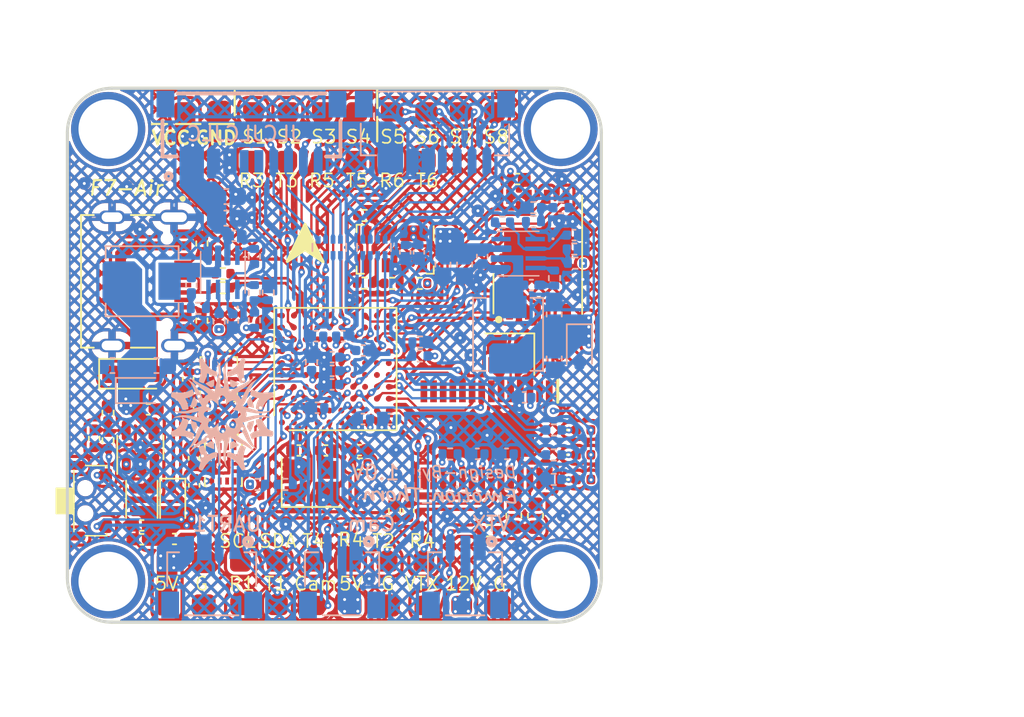
<source format=kicad_pcb>
(kicad_pcb (version 20221018) (generator pcbnew)
  (layers (0 "F.Cu" signal "Top1.Cu") (1 "In1.Cu" power "GND2.Cu") (2 "In2.Cu" power "Power3.Cu") (31 "B.Cu" signal "Bottom.Cu") (34 "B.Paste" user) (35 "F.Paste" user) (36 "B.SilkS" user "B.Silkscreen") (37 "F.SilkS" user "F.Silkscreen") (38 "B.Mask" user) (39 "F.Mask" user) (44 "Edge.Cuts" user))
  (net 0 "")
  (net 1 "VCC")
  (net 2 "GND")
  (net 3 "+5V")
  (net 4 "Net-(IC1-VCC)")
  (net 5 "Net-(IC2-VCC)")
  (net 6 "Net-(C10-Pad1)")
  (net 7 "Net-(IC1-SW)")
  (net 8 "Net-(C11-Pad1)")
  (net 9 "Net-(IC2-SW)")
  (net 10 "+3V3")
  (net 11 "Net-(U1-FB)")
  (net 12 "+12V")
  (net 13 "/Devices/OSC_IN")
  (net 14 "/Devices/OSC_OUT")
  (net 15 "/Devices/NRST")
  (net 16 "Net-(U2C-VCAP_1)")
  (net 17 "Net-(U2C-VCAP_2)")
  (net 18 "Net-(C34-Pad1)")
  (net 19 "Net-(U5-VOUT)")
  (net 20 "Net-(U5-SAG)")
  (net 21 "Net-(U5-VIN)")
  (net 22 "/Devices/Plugs/OSD-IN")
  (net 23 "Net-(D4-K)")
  (net 24 "Net-(D5-K)")
  (net 25 "Net-(D6-K)")
  (net 26 "VBUS")
  (net 27 "Net-(IC1-FB)")
  (net 28 "Net-(IC1-EN{slash}SYNC)")
  (net 29 "Net-(IC1-BST)")
  (net 30 "Net-(IC1-PG)")
  (net 31 "Net-(IC2-FB)")
  (net 32 "Net-(IC2-EN{slash}SYNC)")
  (net 33 "Net-(IC2-BST)")
  (net 34 "Net-(IC2-PG)")
  (net 39 "/Devices/IMU.icm42688_CS")
  (net 40 "/Devices/IMU.icm42688_CLK")
  (net 41 "/Devices/USART.RX1")
  (net 42 "/Devices/USART.TX1")
  (net 43 "/Devices/Plugs/OSD-OUT")
  (net 44 "ADC_CUL")
  (net 45 "/Devices/USART.TX6")
  (net 46 "/Devices/USART.RX6")
  (net 47 "/Devices/USART.TX5")
  (net 48 "/Devices/USART.RX5")
  (net 49 "/Devices/USART.TX4")
  (net 50 "/Devices/USART.RX4")
  (net 51 "Net-(U1-SW)")
  (net 52 "Net-(R11-Pad1)")
  (net 53 "Net-(R12-Pad1)")
  (net 54 "VCC_Voltage")
  (net 55 "/Devices/BOOT0")
  (net 56 "/Devices/Plugs/USB_CC1")
  (net 57 "/Devices/Plugs/USB_CC2")
  (net 58 "/Devices/Plugs/Typc.USB_DP")
  (net 59 "/Devices/Plugs/Typc.USB_DN")
  (net 60 "Net-(U5-~{RESET})")
  (net 61 "/Devices/Pressure_Sensor.MS5611_SDA")
  (net 62 "/Devices/Pressure_Sensor.MS5611_CLK")
  (net 63 "Net-(R31-Pad1)")
  (net 64 "/Devices/PE13")
  (net 65 "/Devices/PB10")
  (net 66 "/Devices/PB11")
  (net 67 "/Devices/PD14")
  (net 68 "/Devices/PB0")
  (net 69 "/Devices/PB1")
  (net 70 "/Devices/PE9")
  (net 71 "/Devices/PC14")
  (net 72 "/Devices/OSD.OSD_CLK")
  (net 73 "/Devices/PA14")
  (net 74 "/Devices/PA13")
  (net 75 "/Devices/PC15")
  (net 76 "/Devices/PE3")
  (net 77 "/Devices/Typc.USB1_DP")
  (net 78 "/Devices/OSD.OSD_CS")
  (net 79 "/Devices/PE1")
  (net 80 "/Devices/PB5")
  (net 81 "/Devices/Typc.USB1_DN")
  (net 82 "/Devices/OSD.OSD_MISO")
  (net 83 "/Devices/PE0")
  (net 84 "/Devices/PD7")
  (net 85 "/Devices/PD4")
  (net 86 "/Devices/PD0")
  (net 87 "/Devices/PC2")
  (net 88 "/Devices/OSD.OSD_MOSI")
  (net 89 "/Devices/PD1")
  (net 90 "/Devices/PC1")
  (net 91 "/Devices/PC8")
  (net 92 "/Devices/PC0")
  (net 93 "/Devices/PB2")
  (net 94 "/Devices/PE10")
  (net 95 "/Devices/PE14")
  (net 96 "/Devices/PD15")
  (net 97 "/Devices/IMU.BMI270_CS")
  (net 98 "/Devices/IMU.BMI270_MOSI")
  (net 99 "/Devices/PE7")
  (net 100 "/Devices/PE11")
  (net 101 "/Devices/PE15")
  (net 102 "/Devices/IMU.BMI270_EXIT")
  (net 103 "/Devices/IMU.BMI270_MISO")
  (net 104 "/Devices/USART.TX2")
  (net 105 "/Devices/PE8")
  (net 106 "/Devices/PE12")
  (net 107 "/Devices/IMU.BMI270_CLK")
  (net 108 "/Devices/USART.RX3")
  (net 109 "/Devices/USART.RX2")
  (net 110 "/Devices/PD11")
  (net 111 "/Devices/USART.TX3")
  (net 116 "/Devices/AT7456/CLKIN")
  (net 117 "/Devices/AT7456/XFB")
  (net 134 "/Devices/SPI2.Flash_MOSI")
  (net 135 "/Devices/PC5")
  (net 136 "/Devices/SPI2.Flash_MISO")
  (net 137 "/Devices/SPI2.Flash_CLK")
  (net 138 "/Devices/SPI2.Flash_CS")
  (net 139 "/Devices/IMU.icm42688_MISO")
  (net 140 "/Devices/PD3")
  (net 141 "/Devices/IMU.icm42688_MOSI")
  (net 142 "/Devices/IMU.icm42688_EXIT")
  (net 143 "/Devices/PD10")
  (net 144 "/Devices/PA10")
  (net 145 "/Devices/PA9")
  (net 146 "/Devices/PC9")
  (net 147 "/Devices/PA8")
  (net 148 "/Devices/PWM_Control5")
  (net 149 "/Devices/PWM_Control6")
  (net 150 "/Devices/PWM_Control7")
  (net 151 "/Devices/PWM_Control8")
  (net 152 "/Devices/PWM_Control4")
  (net 153 "/Devices/PWM_Control3")
  (net 154 "/Devices/PWM_Control2")
  (net 155 "/Devices/PWM_Control1")
  (net 156 "/Devices/PD9")
  (net 157 "/Devices/PD8")
  (net 158 "I2C1.SDA")
  (net 159 "I2C1.SCL")
  (footprint "Power_System:Test" (layer "F.Cu") (at 112.465714 95.06 90)
    (fp_text reference "J31" hide)
    (fp_text value "Conn_01x01_Socket")
  )
  (footprint "LED_SMD:LED_0402_1005Metric" (layer "F.Cu") (at 135.6075 89.49)
    (fp_text reference "D4" hide)
    (fp_text value "Red")
  )
  (footprint "Capacitor_SMD:C_0402_1005Metric" (layer "F.Cu") (at 109.34 88.0525 -90)
    (fp_text reference "C41" hide)
    (fp_text value "100nF")
  )
  (footprint "Capacitor_SMD:C_0603_1608Metric" (layer "F.Cu") (at 132.36 91.93 90)
    (fp_text reference "C34" hide)
    (fp_text value "47uF")
  )
  (footprint "Resistor_SMD:R_0402_1005Metric" (layer "F.Cu") (at 109.87 78.78 -90)
    (fp_text reference "R23" hide)
    (fp_text value "5.1K")
  )
  (footprint "Power_System:Test" (layer "F.Cu") (at 109.992857 95.06 90)
    (fp_text reference "J22" hide)
    (fp_text value "Conn_01x01_Socket")
  )
  (footprint "Package_BGA:TFBGA-100_8x8mm_Layout10x10_P0.8mm" (layer "F.Cu") (at 118.87 82.04 90)
    (fp_text reference "U2" hide)
    (fp_text value "STM32F745VGH6")
  )
  (footprint "Power_System:Test" (layer "F.Cu") (at 113.344444 64.71 90)
    (fp_text reference "J14" hide)
    (fp_text value "Conn_01x01_Socket")
  )
  (footprint "Power_System:Test" (layer "F.Cu") (at 122.633332 64.71 90)
    (fp_text reference "J18" hide)
    (fp_text value "Conn_01x01_Socket")
  )
  (footprint "Resistor_SMD:R_0402_1005Metric" (layer "F.Cu") (at 103.54 86.85 90)
    (fp_text reference "R5" hide)
    (fp_text value "442K")
  )
  (footprint "Package_TO_SOT_SMD:SOT-23-5" (layer "F.Cu") (at 105.72 87.32 90)
    (fp_text reference "U1" hide)
    (fp_text value "TLV62569DBV")
  )
  (footprint "NewSkyF7-Air:IMC4288P" (layer "F.Cu") (at 111.01 82.73 -90)
    (fp_text reference "IC3" hide)
    (fp_text value "ICM-42688-P" hide)
  )
  (footprint "Power_System:Test" (layer "F.Cu") (at 124.934 67.99 90)
    (fp_text reference "J5" hide)
    (fp_text value "Conn_01x01_Socket")
  )
  (footprint "LED_SMD:LED_0402_1005Metric" (layer "F.Cu") (at 135.6075 86.15)
    (fp_text reference "D5" hide)
    (fp_text value "Yellow")
  )
  (footprint "TestPoint:TestPoint_Pad_D1.0mm" (layer "F.Cu") (at 113.96 78.88 180)
    (fp_text reference "J41" hide)
    (fp_text value "Conn_01x01_Socket")
  )
  (footprint "Power_System:Test" (layer "F.Cu") (at 109.994444 97.99 90)
    (fp_text reference "J30" hide)
    (fp_text value "Conn_01x01_Socket")
  )
  (footprint "Power_System:Test" (layer "F.Cu") (at 107.52 95.06 90)
    (fp_text reference "J20" hide)
    (fp_text value "Conn_01x01_Socket")
  )
  (footprint "Capacitor_SMD:C_0402_1005Metric" (layer "F.Cu") (at 116.41 87.53 180)
    (fp_text reference "C21" hide)
    (fp_text value "15pF")
  )
  (footprint "NewSkyF7-Air:Typc-C-16P" (layer "F.Cu") (at 108.58 76.12825 -90)
    (fp_text reference "U4" hide)
    (fp_text value "USB_C_16P")
  )
  (footprint "Power_System:Test" (layer "F.Cu") (at 117.988888 64.71 90)
    (fp_text reference "J12" hide)
    (fp_text value "Conn_01x01_Socket")
  )
  (footprint "Power_System:Test" (layer "F.Cu") (at 129.87 97.99 90)
    (fp_text reference "J9" hide)
    (fp_text value "Conn_01x01_Socket")
  )
  (footprint "Resistor_SMD:R_0402_1005Metric" (layer "F.Cu") (at 122.86 91.6 90)
    (fp_text reference "R28" hide)
    (fp_text value "75R")
  )
  (footprint "Power_System:Test" (layer "F.Cu") (at 124.83 95.06 90)
    (fp_text reference "J40" hide)
    (fp_text value "Conn_01x01_Socket")
  )
  (footprint "Capacitor_SMD:C_0402_1005Metric_Pad0.74x0.62mm_HandSolder" (layer "F.Cu") (at 108.02 93.4975)
    (fp_text reference "C13" hide)
    (fp_text value "10uF")
  )
  (footprint "Power_System:Test" (layer "F.Cu") (at 120.262 67.99 90)
    (fp_text reference "J7" hide)
    (fp_text value "Conn_01x01_Socket")
  )
  (footprint "Capacitor_SMD:C_0402_1005Metric" (layer "F.Cu") (at 110.32 85.15)
    (fp_text reference "C44" hide)
    (fp_text value "100nF")
  )
  (footprint "Resistor_SMD:R_0402_1005Metric" (layer "F.Cu") (at 124.555 76.265)
    (fp_text reference "R30" hide)
    (fp_text value "10K")
  )
  (footprint "Resistor_SMD:R_0402_1005Metric" (layer "F.Cu") (at 120.52 88.44 180)
    (fp_text reference "R19" hide)
    (fp_text value "10K")
  )
  (footprint "NewSkyF7-Air:SON127P800X600X80-9N-D" (layer "F.Cu") (at 132.515 74.33 90)
    (fp_text reference "IC4" hide)
    (fp_text value "W25Q256JVEIQ" hide)
  )
  (footprint "Capacitor_SMD:C_0402_1005Metric" (layer "F.Cu") (at 120.5 87.51)
    (fp_text reference "C22" hide)
    (fp_text value "100nF")
  )
  (footprint "Capacitor_SMD:C_0402_1005Metric" (layer "F.Cu") (at 108.94 82.73 90)
    (fp_text reference "C43" hide)
    (fp_text value "10nF")
  )
  (footprint "Resistor_SMD:R_0402_1005Metric" (layer "F.Cu") (at 111.28 75.61)
    (fp_text reference "R25" hide)
    (fp_text value "22R")
  )
  (footprint "Capacitor_SMD:C_0402_1005Metric_Pad0.74x0.62mm_HandSolder" (layer "F.Cu") (at 106.26 84.76)
    (fp_text reference "C7" hide)
    (fp_text value "4.7uF")
  )
  (footprint "Capacitor_SMD:C_0402_1005Metric_Pad0.74x0.62mm_HandSolder" (layer "F.Cu") (at 105.82 92.5825 180)
    (fp_text reference "C19" hide)
    (fp_text value "10uF")
  )
  (footprint "Diode_SMD:D_SOD-323" (layer "F.Cu") (at 107.9 91.04 -90)
    (fp_text reference "D3" hide)
    (fp_text value "LESD3Z5.0CMT1G")
  )
  (footprint "Power_System:Test" (layer "F.Cu") (at 111.022222 64.69 -90)
    (fp_text reference "J33" hide)
    (fp_text value "Conn_01x01_Socket")
  )
  (footprint "Capacitor_SMD:C_0402_1005Metric_Pad0.74x0.62mm_HandSolder" (layer "F.Cu") (at 105.82 93.5175 180)
    (fp_text reference "C16" hide)
    (fp_text value "10uF")
  )
  (footprint "Power_System:Test" (layer "F.Cu") (at 120.31111 64.71 90)
    (fp_text reference "J11" hide)
    (fp_text value "Conn_01x01_Socket")
  )
  (footprint "Capacitor_SMD:C_0402_1005Metric" (layer "F.Cu") (at 123.8 91.59 -90)
    (fp_text reference "C37" hide)
    (fp_text value "100nF")
  )
  (footprint "Power_System:Test" (layer "F.Cu") (at 107.51 97.99 90)
    (fp_text reference "J29" hide)
    (fp_text value "Conn_01x01_Socket")
  )
  (footprint "Resistor_SMD:R_0402_1005Metric" (layer "F.Cu") (at 120.84 71.69)
    (fp_text reference "R31" hide)
    (fp_text value "[N/S]")
  )
  (footprint "Capacitor_SMD:C_0402_1005Metric" (layer "F.Cu") (at 118.23 87.53)
    (fp_text reference "C20" hide)
    (fp_text value "15pF")
  )
  (footprint "Crystal:Crystal_SMD_3225-4Pin_3.2x2.5mm" (layer "F.Cu") (at 117.25 89.69)
    (fp_text reference "Y1" hide)
    (fp_text value "25M")
  )
  (footprint "Power_System:Test" (layer "F.Cu") (at 114.963332 97.99 90)
    (fp_text reference "J24" hide)
    (fp_text value "Conn_01x01_Socket")
  )
  (footprint "Power_System:Test" (layer "F.Cu") (at 117.447776 97.99 90)
    (fp_text reference "J28" hide)
    (fp_text value "Conn_01x01_Socket")
  )
  (footprint "Resistor_SMD:R_0402_1005Metric" (layer "F.Cu") (at 122.695 76.265)
    (fp_text reference "R29" hide)
    (fp_text value "10K")
  )
  (footprint "Power_System:Test" (layer "F.Cu") (at 115.59 67.99 90)
    (fp_text reference "J37" hide)
    (fp_text value "Conn_01x01_Socket")
  )
  (footprint "Capacitor_SMD:C_0402_1005Metric" (layer "F.Cu") (at 131.17 69.23 180)
    (fp_text reference "C32" hide)
    (fp_text value "100nF")
  )
  (footprint "Outline:NewSkyF7" (layer "F.Cu") (at 118.8 81.11)
    (fp_text reference "J35" hide)
    (fp_text value "~")
  )
  (footprint "Resistor_SMD:R_0402_1005Metric" (layer "F.Cu") (at 111.28 76.56)
    (fp_text reference "R24" hide)
    (fp_text value "22R")
  )
  (footprint "Power_System:Test" (layer "F.Cu") (at 127.385552 97.99 90)
    (fp_text reference "J19" hide)
    (fp_text value "Conn_01x01_Socket")
  )
  (footprint "Power_System:Test" (layer "F.Cu") (at 113.254 67.99 90)
    (fp_text reference "J38" hide)
    (fp_text value "Conn_01x01_Socket")
  )
  (footprint "NewSkyF7-Air:SOP65P640X120-29N" (layer "F.Cu") (at 129.06 86.48 -90)
    (fp_text reference "U5" hide)
    (fp_text value "AT7456E" hide)
  )
  (footprint "Resistor_SMD:R_0402_1005Metric" (layer "F.Cu") (at 120.83 76.25 180)
    (fp_text reference "R32" hide)
    (fp_text value "[N/S]")
  )
  (footprint "Capacitor_SMD:C_0402_1005Metric" (layer "F.Cu") (at 109.35 89.88 90)
    (fp_text reference "C42" hide)
    (fp_text value "100nF")
  )
  (footprint "Power_System:Test" (layer "F.Cu") (at 124.901108 97.99 90)
    (fp_text reference "J27" hide)
    (fp_text value "Conn_01x01_Socket")
  )
  (footprint "LED_SMD:LED_0402_1005Metric" (layer "F.Cu") (at 135.6075 87.82)
    (fp_text reference "D6" hide)
    (fp_text value "Blue")
  )
  (footprint "Capacitor_SMD:C_0402_1005Metric_Pad0.74x0.62mm_HandSolder" (layer "F.Cu") (at 102.61 86.71 90)
    (fp_text reference "C12" hide)
    (fp_text value "6.8pF")
  )
  (footprint "Power_System:Test" (layer "F.Cu") (at 129.6 64.71 90)
    (fp_text reference "J15" hide)
    (fp_text value "Conn_01x01_Socket")
  )
  (footprint "Inductor_SMD:L_Murata_DFE201610P" (layer "F.Cu") (at 105.82 90.8225 -90)
    (fp_text reference "L1" hide)
    (fp_text value "2.2uH")
  )
  (footprint "Power_System:Test" (layer "F.Cu") (at 127.277776 64.71 90)
    (fp_text reference "J16" hide)
    (fp_text value "Conn_01x01_Socket")
  )
  (footprint "Power_System:Test" (layer "F.Cu") (at 122.416664 97.99 90)
    (fp_text reference "J21" hide)
    (fp_text value "Conn_01x01_Socket")
  )
  (footprint "Package_LGA:LGA-8_3x5mm_P1.25mm" (layer "F.Cu") (at 122.9 73.965 -90)
    (fp_text reference "U8" hide)
    (fp_text value "MS5611-01BA")
  )
  (footprint "Capacitor_SMD:C_0603_1608Metric" (layer "F.Cu") (at 130.9 91.93 90)
    (fp_text reference "C35" hide)
    (fp_text value "47uF")
  )
  (footprint "Power_System:Test" (layer "F.Cu") (at 114.938571 95.06 90)
    (fp_text reference "J32" hide)
    (fp_text value "Conn_01x01_Socket")
  )
  (footprint "Power_System:Test" (layer "F.Cu") (at 122.598 67.99 90)
    (fp_text reference "J6" hide)
    (fp_text value "Conn_01x01_Socket")
  )
  (footprint "Power_System:Test" (layer "F.Cu") (at 108.7 64.69 -90)
    (fp_text reference "J34" hide)
    (fp_text value "Conn_01x01_Socket")
  )
  (footprint "Power_System:Test" (layer "F.Cu") (at 119.93222 97.99 90)
    (fp_text reference "J10" hide)
    (fp_text value "Conn_01x01_Socket")
  )
  (footprint "TestPoint:TestPoint_Pad_D1.0mm" (layer "F.Cu") (at 113.99 77.46 180)
    (fp_text reference "J42" hide)
    (fp_text value "Conn_01x01_Socket")
  )
  (footprint "Power_System:Test" (layer "F.Cu") (at 119.884285 95.06 90)
    (fp_text reference "J26" hide)
    (fp_text value "Conn_01x01_Socket")
  )
  (footprint "Power_System:Test" (layer "F.Cu") (at 117.411428 95.06 90)
    (fp_text reference "J25" hide)
    (fp_text value "Conn_01x01_Socket")
  )
  (footprint "Power_System:Test" (layer "F.Cu") (at 117.926 67.99 90)
    (fp_text reference "J8" hide)
    (fp_text value "Conn_01x01_Socket")
  )
  (footprint "Resistor_SMD:R_0402_1005Metric" (layer "F.Cu") (at 129.24 92.94)
    (fp_text reference "R27" hide)
    (fp_text value "75R")
  )
  (footprint "Diode_SMD:D_SOD-123F" (layer "F.Cu") (at 105.15 82.36)
    (fp_text reference "D7" hide)
    (fp_text value "K24")
  )
  (footprint "Power_System:Test" (layer "F.Cu") (at 115.666666 64.71 90)
    (fp_text reference "J13" hide)
    (fp_text value "Conn_01x01_Socket")
  )
  (footprint "NewSkyF7-Air:2x4_side" (layer "F.Cu") (at 102.41 90.92 90)
    (fp_text reference "SW1" hide)
    (fp_text value "BOOT0")
  )
  (footprint "Crystal:Crystal_SMD_2520-4Pin_2.5x2.0mm" (layer "F.Cu") (at 130.63 81.04 180)
    (fp_text reference "Y2" hide)
    (fp_text value "27M")
  )
  (footprint "Resistor_SMD:R_0402_1005Metric" (layer "F.Cu") (at 109.87 73.58 90)
    (fp_text reference "R22" hide)
    (fp_text value "5.1K")
  )
  (footprint "Resistor_SMD:R_0402_1005Metric" (layer "F.Cu") (at 103.54 84.99 90)
    (fp_text reference "R6" hide)
    (fp_text value "100K")
  )
  (footprint "NewSkyF7-Air:XDCR_BMI270" (layer "F.Cu") (at 111.32 88.43 -90)
    (fp_text reference "U6" hide)
    (fp_text value "BMI270")
  )
  (footprint "Power_System:Test" (layer "F.Cu") (at 112.478888 97.99 90)
    (fp_text reference "J23" hide)
    (fp_text value "Conn_01x01_Socket")
  )
  (footprint "Power_System:Test" (layer "F.Cu") (at 124.955554 64.71 90)
    (fp_text reference "J17" hide)
    (fp_text value "Conn_01x01_Socket")
  )
  (footprint "Power_System:Test" (layer "F.Cu") (at 122.357142 95.06 90)
    (fp_text reference "J39" hide)
    (fp_text value "Conn_01x01_Socket")
  )
  (footprint "Capacitor_SMD:C_0402_1005Metric" (layer "F.Cu") (at 108.94 84.55 -90)
    (fp_text reference "C45" hide)
    (fp_text value "2.2uF")
  )
  (footprint "Capacitor_SMD:C_0402_1005Metric" (layer "B.Cu") (at 120.75 80.79)
    (fp_text reference "C25" hide)
    (fp_text value "100nF")
  )
  (footprint "Capacitor_SMD:C_0402_1005Metric" (layer "B.Cu") (at 131.6 83.95 180)
    (fp_text reference "C33" hide)
    (fp_text value "100nF")
  )
  (footprint "Resistor_SMD:R_0402_1005Metric" (layer "B.Cu") (at 113.4 76.89 -90)
    (fp_text reference "R9" hide)
    (fp_text value "51K")
  )
  (footprint "Capacitor_SMD:C_0402_1005Metric" (layer "B.Cu") (at 118.65 82.16 180)
    (fp_text reference "C24" hide)
    (fp_text value "100nF")
  )
  (footprint "Resistor_SMD:R_0402_1005Metric" (layer "B.Cu") (at 114.34 76.89 90)
    (fp_text reference "R12" hide)
    (fp_text value "7.68K")
  )
  (footprint "Capacitor_SMD:C_0603_1608Metric" (layer "B.Cu") (at 111.52 71.87)
    (fp_text reference "C4" hide)
    (fp_text value "10uF")
  )
  (footprint "Capacitor_SMD:C_0402_1005Metric" (layer "B.Cu") (at 134.9525 73.01)
    (fp_text reference "C8" hide)
    (fp_text value "100nF")
  )
  (footprint "Capacitor_SMD:C_0402_1005Metric" (layer "B.Cu") (at 111.96 78.82 -90)
    (fp_text reference "C9" hide)
    (fp_text value "100nF")
  )
  (footprint "Resistor_SMD:R_0402_1005Metric" (layer "B.Cu") (at 134.0825 71.16)
    (fp_text reference "R13" hide)
    (fp_text value "41.2K")
  )
  (footprint "Capacitor_SMD:C_0402_1005Metric" (layer "B.Cu") (at 124.5 74.16 -90)
    (fp_text reference "C40" hide)
    (fp_text value "100nF")
  )
  (footprint "Capacitor_SMD:C_0402_1005Metric" (layer "B.Cu") (at 118.65 81.24 180)
    (fp_text reference "C29" hide)
    (fp_text value "100nF")
  )
  (footprint "Capacitor_SMD:C_0402_1005Metric" (layer "B.Cu") (at 130.41 87.76 180)
    (fp_text reference "C36" hide)
    (fp_text value "100nF")
  )
  (footprint "Power_System:JST_SM04B-SRSS-TB(LF)(SN)" (layer "B.Cu") (at 110.53 94.07 180)
    (fp_text reference "J1" hide)
    (fp_text value "SBUS")
  )
  (footprint "Capacitor_SMD:C_0603_1608Metric" (layer "B.Cu") (at 126.12 75 -90)
    (fp_text reference "C1" hide)
    (fp_text value "10uF")
  )
  (footprint "Capacitor_SMD:C_0402_1005Metric" (layer "B.Cu") (at 122.55 85.41 180)
    (fp_text reference "C30" hide)
    (fp_text value "100nF")
  )
  (footprint "Resistor_SMD:R_0402_1005Metric" (layer "B.Cu") (at 134.9725 73.95)
    (fp_text reference "R33" hide)
    (fp_text value "100K")
  )
  (footprint "LOGO" (layer "B.Cu") (at 111.6 85.16 180)
    (fp_text reference "G***" hide)
    (fp_text value "LOGO" hide)
  )
  (footprint "Capacitor_SMD:C_0402_1005Metric" (layer "B.Cu") (at 117.57 79.82 180)
    (fp_text reference "C28" hide)
    (fp_text value "2.2uF")
  )
  (footprint "Capacitor_SMD:C_0402_1005Metric" (layer "B.Cu") (at 123.58 74.16 90)
    (fp_text reference "C46" hide)
    (fp_text value "100nF")
  )
  (footprint "Resistor_SMD:R_Array_Concave_4x0402" (layer "B.Cu") (at 121.47 73.84 -90)
    (fp_text reference "RN2" hide)
    (fp_text value "22R")
  )
  (footprint "Resistor_SMD:R_0402_1005Metric" (layer "B.Cu") (at 132.2125 71.16 180)
    (fp_text reference "R11" hide)
    (fp_text value "3K")
  )
  (footprint "Power_System:SH1.0mm_8P" (layer "B.Cu") (at 125.58 68.05675)
    (fp_text reference "J4" hide)
    (fp_text value "Input" hide)
  )
  (footprint "Capacitor_SMD:C_0402_1005Metric" (layer "B.Cu") (at 117.64 84.65 180)
    (fp_text reference "C27" hide)
    (fp_text value "100nF")
  )
  (footprint "Resistor_SMD:R_0402_1005Metric" (layer "B.Cu") (at 111.03 78.84 90)
    (fp_text reference "R4" hide)
    (fp_text value "100K")
  )
  (footprint "Capacitor_SMD:C_0603_1608Metric" (layer "B.Cu") (at 103.84 81.8)
    (fp_text reference "C15" hide)
    (fp_text value "22uF")
  )
  (footprint "Capacitor_SMD:C_0603_1608Metric" (layer "B.Cu") (at 133.62 81.33 90)
    (fp_text reference "C17" hide)
    (fp_text value "22uF")
  )
  (footprint "Resistor_SMD:R_0402_1005Metric" (layer "B.Cu") (at 117.26 81.59 90)
    (fp_text reference "R18" hide)
    (fp_text value "10K")
  )
  (footprint "Capacitor_SMD:C_0402_1005Metric" (layer "B.Cu") (at 112.03 73.06)
    (fp_text reference "C6" hide)
    (fp_text value "100nF")
  )
  (footprint "Resistor_SMD:R_0402_1005Metric" (layer "B.Cu") (at 126.6 87.77 180)
    (fp_text reference "R26" hide)
    (fp_text value "1K")
  )
  (footprint "Resistor_SMD:R_0402_1005Metric" (layer "B.Cu") (at 135.0525 74.9 180)
    (fp_text reference "R2" hide)
    (fp_text value "100K")
  )
  (footprint "Capacitor_SMD:C_0603_1608Metric" (layer "B.Cu") (at 111.52 70.41)
    (fp_text reference "C2" hide)
    (fp_text value "10uF")
  )
  (footprint "Resistor_SMD:R_0402_1005Metric" (layer "B.Cu") (at 133.64 75.91 -90)
    (fp_text reference "R8" hide)
    (fp_text value "22R")
  )
  (footprint "Resistor_SMD:R_0402_1005Metric" (layer "B.Cu") (at 113.41 78.75 -90)
    (fp_text reference "R14" hide)
    (fp_text value "41.2K")
  )
  (footprint "Diode_SMD:D_SOD-323" (layer "B.Cu") (at 135.32 80.6325 -90)
    (fp_text reference "D1" hide)
    (fp_text value "LESD3Z5.0CMT1G")
  )
  (footprint "Capacitor_SMD:C_0402_1005Metric" (layer "B.Cu") (at 120.73 85.41 180)
    (fp_text reference "C31" hide)
    (fp_text value "100nF")
  )
  (footprint "Resistor_SMD:R_0402_1005Metric" (layer "B.Cu") (at 130.1325 72.14)
    (fp_text reference "R1" hide)
    (fp_text value "100K")
  )
  (footprint "Power_System:MP9943GQZ" (layer "B.Cu") (at 111.285 75.52 90)
    (fp_text reference "IC2" hide)
    (fp_text value "MP9943GQ-Z" hide)
  )
  (footprint "Thorn_Library:SM10B-SRSS-TB" (layer "B.Cu") (at 107.21 67.713)
    (fp_text reference "J36" hide)
    (fp_text value "Conn_01x10_Socket" hide)
  )
  (footprint "Capacitor_SMD:C_0402_1005Metric_Pad0.74x0.62mm_HandSolder" (layer "B.Cu") (at 132.08 76.38 180)
    (fp_text reference "C10" hide)
    (fp_text value "100nF")
  )
  (footprint "Capacitor_SMD:C_0603_1608Metric" (layer "B.Cu") (at 106.805 81.8 180)
    (fp_text reference "C18" hide)
    (fp_text value "22uF")
  )
  (footprint "Capacitor_SMD:C_0402_1005Metric" (layer "B.Cu") (at 119.4 79.82)
    (fp_text reference "C26" hide)
    (fp_text value "2.2uF")
  )
  (footprint "LOGO" (layer "B.Cu") (at 126.22 92.05 180)
    (fp_text reference "G***" hide)
    (fp_text value "LOGO" hide)
  )
  (footprint "Resistor_SMD:R_0402_1005Metric" (layer "B.Cu") (at 132.2225 72.1)
    (fp_text reference "R7" hide)
    (fp_text value "51K")
  )
  (footprint "Resistor_SMD:R_0402_1005Metric" (layer "B.Cu") (at 115.49 89.82)
    (fp_text reference "R35" hide)
    (fp_text value "10K")
  )
  (footprint "Inductor_SMD:L_Sunlord_MWSA0402S" (layer "B.Cu") (at 130.51 79.7 -90)
    (fp_text reference "L2" hide)
    (fp_text value "L")
  )
  (footprint "Capacitor_SMD:C_0603_1608Metric" (layer "B.Cu") (at 127.58 74.995 -90)
    (fp_text reference "C3" hide)
    (fp_text value "10uF")
  )
  (footprint "Resistor_SMD:R_0402_1005Metric" (layer "B.Cu") (at 124.57 81.16 180)
    (fp_text reference "R15" hide)
    (fp_text value "10K")
  )
  (footprint "Inductor_SMD:L_Sunlord_MWSA0402S" (layer "B.Cu") (at 105.84 76.12 180)
    (fp_text reference "L3" hide)
    (fp_text value "L")
  )
  (footprint "Capacitor_SMD:C_0402_1005Metric" (layer "B.Cu") (at 128.77 74.435 -90)
    (fp_text reference "C5" hide)
    (fp_text value "100nF")
  )
  (footprint "Power_System:MP9943GQZ" (layer "B.Cu") (at 131.19 74.255 180)
    (fp_text reference "IC1" hide)
    (fp_text value "MP9943GQ-Z" hide)
  )
  (footprint "Resistor_SMD:R_0402_1005Metric" (layer "B.Cu") (at 133.59 89.48 180)
    (fp_text reference "R17" hide)
    (fp_text value "3.3K")
  )
  (footprint "Capacitor_SMD:C_0402_1005Metric_Pad0.74x0.62mm_HandSolder" (layer "B.Cu") (at 109.16 76.39 90)
    (fp_text reference "C11" hide)
    (fp_text value "100nF")
  )
  (footprint "Resistor_SMD:R_0402_1005Metric" (layer "B.Cu") (at 109.63 77.95 180)
    (fp_text reference "R10" hide)
    (fp_text value "22R")
  )
  (footprint "Capacitor_SMD:C_0402_1005Metric" (layer "B.Cu") (at 118.65 83.08 180)
    (fp_text reference "C23" hide)
    (fp_text value "4.7uF")
  )
  (footprint "Capacitor_SMD:C_0603_1608Metric" (layer "B.Cu") (at 133.62 78.36 -90)
    (fp_text reference "C14" hide)
    (fp_text value "22uF")
  )
  (footprint "Resistor_SMD:R_0402_1005Metric" (layer "B.Cu") (at 113.41 74.45 -90)
    (fp_text reference "R3" hide)
    (fp_text value "100K")
  )
  (footprint "Resistor_SMD:R_Array_Concave_4x0402" (layer "B.Cu") (at 118.46 73.84 90)
    (fp_text reference "RN1" hide)
    (fp_text value "22R")
  )
  (footprint "Capacitor_SMD:C_0402_1005Metric" (layer "B.Cu") (at 128.44 87.76 180)
    (fp_text reference "C38" hide)
    (fp_text value "100nF")
  )
  (footprint "Resistor_SMD:R_0402_1005Metric" (layer "B.Cu") (at 133.59 87.83 180)
    (fp_text reference "R21" hide)
    (fp_text value "1k")
  )
  (footprint "Power_System:JST_SM03B-SRSS-TB(LF)(SN)" (layer "B.Cu") (at 119.32 94.07 180)
    (fp_text reference "J3" hide)
    (fp_text value "Camera" hide)
  )
  (footprint "Resistor_SMD:R_0402_1005Metric" (layer "B.Cu") (at 113.62 89.82)
    (fp_text reference "R34" hide)
    (fp_text value "10K")
  )
  (footprint "Resistor_SMD:R_0402_1005Metric" (layer "B.Cu") (at 133.6 86.15 180)
    (fp_text reference "R20" hide)
    (fp_text value "1k")
  )
  (footprint "Diode_SMD:D_SOD-323" (layer "B.Cu") (at 105.6725 83.49)
    (fp_text reference "D2" hide)
    (fp_text value "LESD3Z5.0CMT1G")
  )
  (footprint "Power_System:JST_SM03B-SRSS-TB(LF)(SN)" (layer "B.Cu") (at 127.61 94.07 180)
    (fp_text reference "J2" hide)
    (fp_text value "VTX" hide)
  )
  (footprint "Resistor_SMD:R_0402_1005Metric" (layer "B.Cu") (at 124.57 80.22)
    (fp_text reference "R16" hide)
    (fp_text value "1K")
  )
  (gr_line (start 112.02 65.52) (end 106.5 65.52) (stroke (width 0.15) (type dash)) (layer "F.SilkS"))
  (gr_line (start 121.688571 66.69) (end 121.688571 63.17) (stroke (width 0.15) (type dash)) (layer "F.SilkS"))
  (gr_line (start 112.08 63.29) (end 112.08 65.5) (stroke (width 0.15) (type dash)) (layer "F.SilkS"))
  (gr_poly (pts (xy 116.82 72.29) (xy 115.62 74.79) (xy 116.82 73.99)) (stroke (width 0.2)) (fill solid) (layer "F.SilkS"))
  (gr_poly (pts (xy 116.82 72.29) (xy 118.02 74.79) (xy 116.82 73.99)) (stroke (width 0.2)) (fill solid) (layer "F.SilkS"))
  (gr_arc (start 133.79868 63.10868) (mid 135.92 63.98736) (end 136.79868 66.10868) (stroke (width 0.2)) (layer "Edge.Cuts"))
  (gr_arc (start 136.79868 96.10868) (mid 135.92 98.23) (end 133.79868 99.10868) (stroke (width 0.2)) (layer "Edge.Cuts"))
  (gr_line (start 103.79868 63.10868) (end 133.79868 63.10868) (stroke (width 0.2)) (layer "Edge.Cuts"))
  (gr_arc (start 100.79868 66.10868) (mid 101.67736 63.98736) (end 103.79868 63.10868) (stroke (width 0.2)) (layer "Edge.Cuts"))
  (gr_line (start 103.79868 99.10868) (end 133.79868 99.10868) (stroke (width 0.2)) (layer "Edge.Cuts"))
  (gr_arc (start 103.79868 99.10868) (mid 101.67736 98.23) (end 100.79868 96.10868) (stroke (width 0.2)) (layer "Edge.Cuts"))
  (gr_line (start 136.79868 96.10868) (end 136.79868 66.10868) (stroke (width 0.2)) (layer "Edge.Cuts"))
  (gr_line (start 100.79868 96.10868) (end 100.79868 66.10868) (stroke (width 0.2)) (layer "Edge.Cuts"))
  (gr_text "1.0V" (at 123.29 89.61) (layer "B.SilkS") (effects (font (size 1 1)) (justify left bottom mirror)))
  (gr_text "VTX" (at 130.75 93.06) (layer "B.SilkS") (effects (font (size 1 1)) (justify left bottom mirror)))
  (gr_text "Design-By:" (at 131.18 89.46) (layer "B.SilkS") (effects (font (size 0.8 0.8) (thickness 0.12) italic) (justify left bottom mirror)))
  (gr_text "JLCJLCJLC" (at 116.66 66.76) (layer "B.SilkS") (effects (font (size 1 1)) (justify left bottom mirror)))
  (gr_text "Cam" (at 123.01 93.06) (layer "B.SilkS") (effects (font (size 1 1)) (justify left bottom mirror)))
  (gr_text "UART1" (at 113.97 93.07) (layer "B.SilkS") (effects (font (size 1 1)) (justify left bottom mirror)))
  (gr_text "T2" (at 121.27 94.17) (layer "F.SilkS") (effects (font (size 0.9 0.9) (thickness 0.1125)) (justify left bottom)))
  (gr_text "T4" (at 116.57 94.17) (layer "F.SilkS") (effects (font (size 0.9 0.9) (thickness 0.1125)) (justify left bottom)))
  (gr_text "GND" (at 109.34 66.99) (layer "F.SilkS") (effects (font (size 0.9 0.9) (thickness 0.18) bold) (justify left bottom)))
  (gr_text "S3" (at 117.162449 66.91) (layer "F.SilkS") (effects (font (size 0.9 0.9) (thickness 0.1125)) (justify left bottom)))
  (gr_text "F7-Air" (at 102.14 70.43) (layer "F.SilkS") (effects (font (size 1 1) (thickness 0.15) italic) (justify left bottom)))
  (gr_text "G" (at 129.41 97.04) (layer "F.SilkS") (effects (font (size 0.9 0.9) (thickness 0.1125)) (justify left bottom)))
  (gr_text "5V" (at 108.38 97.04) (layer "F.SilkS") (effects (font (size 0.9 0.9) (thickness 0.1125)) (justify right bottom)))
  (gr_text "5V" (at 119.04 97.04) (layer "F.SilkS") (effects (font (size 0.9 0.9) (thickness 0.1125)) (justify left bottom)))
  (gr_text "R4" (at 123.77 94.17) (layer "F.SilkS") (effects (font (size 0.9 0.9) (thickness 0.1125)) (justify left bottom)))
  (gr_text "S1" (at 112.511429 66.91) (layer "F.SilkS") (effects (font (size 0.9 0.9) (thickness 0.1125)) (justify left bottom)))
  (gr_text "S7" (at 126.464489 66.91) (layer "F.SilkS") (effects (font (size 0.9 0.9) (thickness 0.1125)) (justify left bottom)))
  (gr_text "S6" (at 124.138979 66.91) (layer "F.SilkS") (effects (font (size 0.9 0.9) (thickness 0.1125)) (justify left bottom)))
  (gr_text "SDA" (at 113.65 94.16) (layer "F.SilkS") (effects (font (size 0.9 0.9) (thickness 0.1125)) (justify left bottom)))
  (gr_text "T1" (at 114 97.04) (layer "F.SilkS") (effects (font (size 0.9 0.9) (thickness 0.1125)) (justify left bottom)))
  (gr_text "S5" (at 121.813469 66.91) (layer "F.SilkS") (effects (font (size 0.9 0.9) (thickness 0.1125)) (justify left bottom)))
  (gr_text "VCC" (at 106.38 66.99) (layer "F.SilkS") (effects (font (size 0.9 0.9) (thickness 0.18) bold) (justify left bottom)))
  (gr_text "S8" (at 128.79 66.91) (layer "F.SilkS") (effects (font (size 0.9 0.9) (thickness 0.1125)) (justify left bottom)))
  (gr_text "T6" (at 124.22 69.86) (layer "F.SilkS") (effects (font (size 0.9 0.9) (thickness 0.1125)) (justify left bottom)))
  (gr_text "G" (at 121.87 97.04) (layer "F.SilkS") (effects (font (size 0.9 0.9) (thickness 0.1125)) (justify left bottom)))
  (gr_text "S4" (at 119.487959 66.91) (layer "F.SilkS") (effects (font (size 0.9 0.9) (thickness 0.1125)) (justify left bottom)))
  (gr_text "SCL" (at 110.95 94.16) (layer "F.SilkS") (effects (font (size 0.9 0.9) (thickness 0.1125)) (justify left bottom)))
  (gr_text "VTX" (at 123.458571 97.04) (layer "F.SilkS") (effects (font (size 0.9 0.9) (thickness 0.1125)) (justify left bottom)))
  (gr_text "S2" (at 114.836939 66.91) (layer "F.SilkS") (effects (font (size 0.9 0.9) (thickness 0.1125)) (justify left bottom)))
  (gr_text "12V" (at 126.19 97.04) (layer "F.SilkS") (effects (font (size 0.9 0.9) (thickness 0.1125)) (justify left bottom)))
  (gr_text "T5" (at 119.482856 69.86) (layer "F.SilkS") (effects (font (size 0.9 0.9) (thickness 0.1125)) (justify left bottom)))
  (gr_text "R5" (at 117.007142 69.86) (layer "F.SilkS") (effects (font (size 0.9 0.9) (thickness 0.1125)) (justify left bottom)))
  (gr_text "R6" (at 121.744284 69.86) (layer "F.SilkS") (effects (font (size 0.9 0.9) (thickness 0.1125)) (justify left bottom)))
  (gr_text "R1" (at 111.61 97.04) (layer "F.SilkS") (effects (font (size 0.9 0.9) (thickness 0.1125)) (justify left bottom)))
  (gr_text "G" (at 110.37 97.04) (layer "F.SilkS") (effects (font (size 0.9 0.9) (thickness 0.1125)) (justify right bottom)))
  (gr_text "R4" (at 118.97 94.07) (layer "F.SilkS") (effects (font (size 0.9 0.9) (thickness 0.1125)) (justify left bottom)))
  (gr_text "R3" (at 112.27 69.86) (layer "F.SilkS") (effects (font (size 0.9 0.9) (thickness 0.1125)) (justify left bottom)))
  (gr_text "T3" (at 114.745714 69.86) (layer "F.SilkS") (effects (font (size 0.9 0.9) (thickness 0.1125)) (justify left bottom)))
  (gr_text "Cam" (at 116.01 97.04) (layer "F.SilkS") (effects (font (size 0.9 0.9) (thickness 0.1125)) (justify left bottom)))
  (via (at 108.58 66.95) (size 0.45) (drill 0.2) (layers "F.Cu" "B.Cu") (net 1))
  (via (at 126.59 73.42) (size 0.45) (drill 0.2) (layers "F.Cu" "B.Cu") (net 1))
  (via (at 125.96 72.77) (size 0.45) (drill 0.2) (layers "F.Cu" "B.Cu") (net 1))
  (via (at 109.91 66.95) (size 0.45) (drill 0.2) (layers "F.Cu" "B.Cu") (net 1))
  (via (at 125.95 73.42) (size 0.45) (drill 0.2) (layers "F.Cu" "B.Cu") (net 1))
  (via (at 109.23 66.35) (size 0.45) (drill 0.2) (layers "F.Cu" "B.Cu") (net 1))
  (via (at 108.565 66.35) (size 0.45) (drill 0.2) (layers "F.Cu" "B.Cu") (net 1))
  (via (at 109.895 66.35) (size 0.45) (drill 0.2) (layers "F.Cu" "B.Cu") (net 1))
  (via (at 126.58 72.78) (size 0.45) (drill 0.2) (layers "F.Cu" "B.Cu") (net 1))
  (via (at 125.58 81.16) (size 0.45) (drill 0.2) (layers "F.Cu" "B.Cu") (net 1))
  (via (at 111.02 79.37) (size 0.45) (drill 0.2) (layers "F.Cu" "B.Cu") (net 1))
  (via (at 109.245 66.95) (size 0.45) (drill 0.2) (layers "F.Cu" "B.Cu") (net 1))
  (via (at 135.59 74.92) (size 0.45) (drill 0.2) (layers "F.Cu" "B.Cu") (net 1))
  (segment (start 125.08 81.16) (end 125.58 81.16) (width 0.1565) (layer "B.Cu") (net 1))
  (segment (start 109.58 83.23) (end 109.55 83.2) (width 0.1565) (layer "F.Cu") (net 2))
  (segment (start 109.34 88.5325) (end 110.305 88.5325) (width 0.1565) (layer "F.Cu") (net 2))
  (segment (start 118.11 81.25) (end 118.12 81.31) (width 0.1796) (layer "F.Cu") (net 2))
  (segment (start 116.87 84.84) (end 117.24 85.21) (width 0.1565) (layer "F.Cu") (net 2))
  (segment (start 120.07 85.64) (end 120.37 85.94) (width 0.1565) (layer "F.Cu") (net 2))
  (segment (start 130.01 88.57) (end 130.01 88.46) (width 0.1565) (layer "F.Cu") (net 2))
  (segment (start 131.335 84.365) (end 131.27 84.43) (width 0.1565) (layer "F.Cu") (net 2))
  (segment (start 118.1 82.05) (end 118.16 82.12) (width 0.1796) (layer "F.Cu") (net 2))
  (segment (start 130.03 74.33) (end 128.65 75.71) (width 0.1565) (layer "F.Cu") (net 2))
  (segment (start 118.1 82.91) (end 118.11 82.94) (width 0.1796) (layer "F.Cu") (net 2))
  (segment (start 110.305 88.5325) (end 110.4075 88.43) (width 0.1565) (layer "F.Cu") (net 2))
  (segment (start 130.035 88.595) (end 130.01 88.57) (width 0.1565) (layer "F.Cu") (net 2))
  (segment (start 120.37 85.94) (end 120.43 85.95) (width 0.1565) (layer "F.Cu") (net 2))
  (segment (start 118.47 81.64) (end 118.14 81.31) (width 0.1796) (layer "F.Cu") (net 2))
  (segment (start 128.085 89.418) (end 128.085 88.485) (width 0.1565) (layer "F.Cu") (net 2))
  (segment (start 118.47 82.44) (end 118.16 82.13) (width 0.1796) (layer "F.Cu") (net 2))
  (segment (start 118.47 81.64) (end 118.47 83.24) (width 0.1796) (layer "F.Cu") (net 2))
  (segment (start 129.9 88.46) (end 129.95 88.51) (width 0.1565) (layer "F.Cu") (net 2))
  (segment (start 128.07 88.42) (end 128.02 88.42) (width 0.1565) (layer "F.Cu") (net 2))
  (segment (start 121.67 85.64) (end 122 85.97) (width 0.1565) (layer "F.Cu") (net 2))
  (segment (start 110.4075 88.43) (end 110.4075 88.93) (width 0.1565) (layer "F.Cu") (net 2))
  (segment (start 109.52 83.23) (end 109.01 83.23) (width 0.1565) (layer "F.Cu") (net 2))
  (segment (start 120.43 85.95) (end 120.37 85.96) (width 0.1565) (layer "F.Cu") (net 2))
  (segment (start 110.11 82.73) (end 110.11 83.23) (width 0.1565) (layer "F.Cu") (net 2))
  (segment (start 118.11 82.94) (end 118.14 82.94) (width 0.1796) (layer "F.Cu") (net 2))
  (segment (start 109.55 83.2) (end 109.52 83.23) (width 0.1565) (layer "F.Cu") (net 2))
  (segment (start 128.02 88.42) (end 128.05 88.45) (width 0.1565) (layer "F.Cu") (net 2))
  (segment (start 130.01 88.46) (end 129.9 88.46) (width 0.1565) (layer "F.Cu") (net 2))
  (segment (start 118.14 81.31) (end 118.11 81.25) (width 0.1796) (layer "F.Cu") (net 2))
  (segment (start 131.335 83.542) (end 131.335 84.365) (width 0.1565) (layer "F.Cu") (net 2))
  (segment (start 132.515 74.33) (end 130.03 74.33) (width 0.1565) (layer "F.Cu") (net 2))
  (segment (start 131.27 84.43) (end 131.27 84.5) (width 0.1565) (layer "F.Cu") (net 2))
  (segment (start 118.47 83.24) (end 118.17 82.94) (width 0.1796) (layer "F.Cu") (net 2))
  (segment (start 109.01 83.23) (end 108.97 83.19) (width 0.1565) (layer "F.Cu") (net 2))
  (segment (start 130.035 89.418) (end 130.035 88.595) (width 0.1565) (layer "F.Cu") (net 2))
  (segment (start 128.07 88.47) (end 128.07 88.42) (width 0.1565) (layer "F.Cu") (net 2))
  (segment (start 118.17 82.94) (end 118.1 82.91) (width 0.1796) (layer "F.Cu") (net 2))
  (segment (start 118.16 82.13) (end 118.1 82.05) (width 0.1796) (layer "F.Cu") (net 2))
  (segment (start 128.085 88.485) (end 128.07 88.47) (width 0.1565) (layer "F.Cu") (net 2))
  (segment (start 110.11 83.23) (end 109.58 83.23) (width 0.1565) (layer "F.Cu") (net 2))
  (via (at 111.73 68.46) (size 0.45) (drill 0.2) (layers "F.Cu" "B.Cu") (net 2))
  (via (at 128.7 91.76) (size 0.45) (drill 0.2) (layers "F.Cu" "B.Cu") (net 2))
  (via (at 129.65 70.38) (size 0.45) (drill 0.2) (layers "F.Cu" "B.Cu") (net 2))
  (via (at 128.37 76.36) (size 0.45) (drill 0.2) (layers "F.Cu" "B.Cu") (net 2))
  (via (at 109 86.16) (size 0.45) (drill 0.2) (layers "F.Cu" "B.Cu") (net 2))
  (via (at 118.06 90.86) (size 0.45) (drill 0.2) (layers "F.Cu" "B.Cu") (net 2))
  (via (at 117.24 85.21) (size 0.45) (drill 0.2) (layers "F.Cu" "B.Cu") (net 2))
  (via (at 127.28 79.94) (size 0.45) (drill 0.2) (layers "F.Cu" "B.Cu") (net 2))
  (via (at 120.43 85.95) (size 0.45) (drill 0.2) (layers "F.Cu" "B.Cu") (net 2))
  (via (at 122 85.97) (size 0.45) (drill 0.2) (layers "F.Cu" "B.Cu") (net 2))
  (via (at 131.27 84.5) (size 0.45) (drill 0.2) (layers "F.Cu" "B.Cu") (net 2))
  (via (at 128.48 71.37) (size 0.45) (drill 0.2) (layers "F.Cu" "B.Cu") (net 2))
  (via (at 128.65 75.71) (size 0.45) (drill 0.2) (layers "F.Cu" "B.Cu") (net 2))
  (via (at 112.15 70.26) (size 0.45) (drill 0.2) (layers "F.Cu" "B.Cu") (net 2))
  (via (at 105.72 87.32) (size 0.45) (drill 0.2) (layers "F.Cu" "B.Cu") (net 2))
  (via (at 121.86 90.1) (size 0.45) (drill 0.2) (layers "F.Cu" "B.Cu") (net 2))
  (via (at 110.12 91.4) (size 0.45) (drill 0.2) (layers "F.Cu" "B.Cu") (net 2))
  (via (at 128.07 88.42) (size 0.45) (drill 0.2) (layers "F.Cu" "B.Cu") (net 2))
  (via (at 121.15 96.18) (size 0.45) (drill 0.2) (layers "F.Cu" "B.Cu") (net 2))
  (via (at 118.11 81.25) (size 0.45) (drill 0.2) (layers "F.Cu" "B.Cu") (net 2))
  (via (at 115.52 92.5) (size 0.45) (drill 0.2) (layers "F.Cu" "B.Cu") (net 2))
  (via (at 104.8 69.74) (size 0.45) (drill 0.2) (layers "F.Cu" "B.Cu") (net 2))
  (via (at 129.1 86.51) (size 0.45) (drill 0.2) (layers "F.Cu" "B.Cu") (net 2))
  (via (at 105.69 72.62) (size 0.45) (drill 0.2) (layers "F.Cu" "B.Cu") (net 2))
  (via (at 111.73 67.6) (size 0.45) (drill 0.2) (layers "F.Cu" "B.Cu") (net 2))
  (via (at 127.99 81.1) (size 0.45) (drill 0.2) (layers "F.Cu" "B.Cu") (net 2))
  (via (at 135.56 76) (size 0.45) (drill 0.2) (layers "F.Cu" "B.Cu") (net 2))
  (via (at 122.28 69.86) (size 0.45) (drill 0.2) (layers "F.Cu" "B.Cu") (net 2))
  (via (at 122.91 75.3) (size 0.45) (drill 0.2) (layers "F.Cu" "B.Cu") (net 2))
  (via (at 134.21 91.93) (size 0.45) (drill 0.2) (layers "F.Cu" "B.Cu") (net 2))
  (via (at 126.41 91.97) (size 0.45) (drill 0.2) (layers "F.Cu" "B.Cu") (net 2))
  (via (at 118.1 82.91) (size 0.45) (drill 0.2) (layers "F.Cu" "B.Cu") (net 2))
  (via (at 131.33 94.12) (size 0.45) (drill 0.2) (layers "F.Cu" "B.Cu") (net 2))
  (via (at 130.01 88.46) (size 0.45) (drill 0.2) (layers "F.Cu" "B.Cu") (net 2))
  (via (at 109.55 83.2) (size 0.45) (drill 0.2) (layers "F.Cu" "B.Cu") (net 2))
  (via (at 134.13 69.23) (size 0.45) (drill 0.2) (layers "F.Cu" "B.Cu") (net 2))
  (via (at 105.72 88.4575) (size 0.45) (drill 0.2) (layers "F.Cu" "B.Cu") (net 2))
  (via (at 120.46 69.14) (size 0.45) (drill 0.2) (layers "F.Cu" "B.Cu") (net 2))
  (via (at 120.84 90.92) (size 0.45) (drill 0.2) (layers "F.Cu" "B.Cu") (net 2))
  (via (at 113.26 70.47) (size 0.45) (drill 0.2) (layers "F.Cu" "B.Cu") (net 2))
  (via (at 119.82 77.39) (size 0.45) (drill 0.2) (layers "F.Cu" "B.Cu") (net 2))
  (via (at 133.95 72.04) (size 0.45) (drill 0.2) (layers "F.Cu" "B.Cu") (net 2))
  (via (at 101.94 69.53) (size 0.45) (drill 0.2) (layers "F.Cu" "B.Cu") (net 2))
  (via (at 130.05 95.56) (size 0.45) (drill 0.2) (layers "F.Cu" "B.Cu") (net 2))
  (via (at 134.86 72.09) (size 0.45) (drill 0.2) (layers "F.Cu" "B.Cu") (net 2))
  (via (at 135.21 77.03) (size 0.45) (drill 0.2) (layers "F.Cu" "B.Cu") (net 2))
  (via (at 122.96 89.17) (size 0.45) (drill 0.2) (layers "F.Cu" "B.Cu") (net 2))
  (via (at 106.77 69.54) (size 0.45) (drill 0.2) (layers "F.Cu" "B.Cu") (net 2))
  (via (at 122.96 87.49) (size 0.45) (drill 0.2) (layers "F.Cu" "B.Cu") (net 2))
  (via (at 116.4 88.63) (size 0.45) (drill 0.2) (layers "F.Cu" "B.Cu") (net 2))
  (via (at 118.1 82.05) (size 0.45) (drill 0.2) (layers "F.Cu" "B.Cu") (net 2))
  (via (at 112.23 71.91) (size 0.45) (drill 0.2) (layers "F.Cu" "B.Cu") (net 2))
  (via (at 126.66 85.99) (size 0.45) (drill 0.2) (layers "F.Cu" "B.Cu") (net 2))
  (via (at 113.25 71.83) (size 0.45) (drill 0.2) (layers "F.Cu" "B.Cu") (net 2))
  (segment (start 122 85.97) (end 122 85.44) (width 0.1565) (layer "B.Cu") (net 2))
  (segment (start 117.26 81.08) (end 117.94 81.08) (width 0.1565) (layer "B.Cu") (net 2))
  (segment (start 120.43 85.69) (end 120.14 85.4) (width 0.1565) (layer "B.Cu") (net 2))
  (segment (start 117.16 85.13) (end 117.24 85.21) (width 0.1565) (layer "B.Cu") (net 2))
  (segment (start 117.26 81.08) (end 117.26 79.99) (width 0.1565) (layer "B.Cu") (net 2))
  (segment (start 131.27 84.1) (end 131.12 83.95) (width 0.1565) (layer "B.Cu") (net 2))
  (segment (start 123.58 74.64) (end 124.5 74.64) (width 0.1565) (layer "B.Cu") (net 2))
  (segment (start 128.07 87.87) (end 127.96 87.76) (width 0.1565) (layer "B.Cu") (net 2))
  (segment (start 130.01 88.46) (end 130.01 87.84) (width 0.1565) (layer "B.Cu") (net 2))
  (segment (start 128.07 88.42) (end 128.07 87.87) (width 0.1565) (layer "B.Cu") (net 2))
  (segment (start 120.43 85.95) (end 120.43 85.69) (width 0.1565) (layer "B.Cu") (net 2))
  (segment (start 131.27 84.5) (end 131.27 84.1) (width 0.1565) (layer "B.Cu") (net 2))
  (segment (start 117.94 81.08) (end 118.11 81.25) (width 0.1565) (layer "B.Cu") (net 2))
  (segment (start 117.26 79.99) (end 117.09 79.82) (width 0.1565) (layer "B.Cu") (net 2))
  (segment (start 130.01 87.84) (end 129.93 87.76) (width 0.1565) (layer "B.Cu") (net 2))
  (segment (start 117.16 84.62) (end 117.16 85.13) (width 0.1565) (layer "B.Cu") (net 2))
  (via (at 119.49 98.38) (size 0.45) (drill 0.2) (layers "F.Cu" "B.Cu") (net 3))
  (via (at 107.97 95.44) (size 0.45) (drill 0.2) (layers "F.Cu" "B.Cu") (net 3))
  (via (at 107.97 94.66) (size 0.45) (drill 0.2) (layers "F.Cu" "B.Cu") (net 3))
  (via (at 120.38 98.37) (size 0.45) (drill 0.2) (layers "F.Cu" "B.Cu") (net 3))
  (via (at 104.78 84.92) (size 0.45) (drill 0.2) (layers "F.Cu" "B.Cu") (net 3))
  (via (at 104.42 84.51) (size 0.45) (drill 0.2) (layers "F.Cu" "B.Cu") (net 3))
  (via (at 104.74 84.06) (size 0.45) (drill 0.2) (layers "F.Cu" "B.Cu") (net 3))
  (via (at 107.09 94.64) (size 0.45) (drill 0.2) (layers "F.Cu" "B.Cu") (net 3))
  (via (at 112.86 79.26) (size 0.45) (drill 0.2) (layers "F.Cu" "B.Cu") (net 3))
  (via (at 119.49 97.58) (size 0.45) (drill 0.2) (layers "F.Cu" "B.Cu") (net 3))
  (via (at 107.07 95.45) (size 0.45) (drill 0.2) (layers "F.Cu" "B.Cu") (net 3))
  (via (at 105.07 84.5) (size 0.45) (drill 0.2) (layers "F.Cu" "B.Cu") (net 3))
  (via (at 120.38 97.59) (size 0.45) (drill 0.2) (layers "F.Cu" "B.Cu") (net 3))
  (via (at 104.77 88.4575) (size 0.45) (drill 0.2) (layers "F.Cu" "B.Cu") (net 3))
  (segment (start 113.41 79.26) (end 112.94 79.26) (width 0.1565) (layer "B.Cu") (net 3))
  (segment (start 112.86 79.26) (end 112.86 79.34) (width 0.1565) (layer "B.Cu") (net 3))
  (segment (start 112.86 79.34) (end 112.92 79.28) (width 0.1565) (layer "B.Cu") (net 3))
  (segment (start 112.94 79.26) (end 112.86 79.26) (width 0.1565) (layer "B.Cu") (net 3))
  (segment (start 130.6425 72.3825) (end 131.22 72.96) (width 0.1565) (layer "B.Cu") (net 4))
  (segment (start 132.34 73.93) (end 133.29 73.93) (width 0.1565) (layer "B.Cu") (net 4))
  (segment (start 131.22 73.58) (end 131.57 73.93) (width 0.1565) (layer "B.Cu") (net 4))
  (segment (start 131.57 73.93) (end 132.34 73.93) (width 0.1565) (layer "B.Cu") (net 4))
  (segment (start 130.6425 72.14) (end 130.6425 72.3825) (width 0.1565) (layer "B.Cu") (net 4))
  (segment (start 133.29 73.93) (end 134.21 73.01) (width 0.1565) (layer "B.Cu") (net 4))
  (segment (start 131.22 72.96) (end 131.22 73.58) (width 0.1565) (layer "B.Cu") (net 4))
  (segment (start 134.21 73.01) (end 134.4725 73.01) (width 0.1565) (layer "B.Cu") (net 4))
  (segment (start 113.41 74.99) (end 112.82 75.58) (width 0.1565) (layer "B.Cu") (net 5))
  (segment (start 112.82 75.58) (end 112.1935 75.58) (width 0.1565) (layer "B.Cu") (net 5))
  (segment (start 111.61 76.1635) (end 111.61 76.67) (width 0.1565) (layer "B.Cu") (net 5))
  (segment (start 113.41 74.96) (end 113.41 74.99) (width 0.1565) (layer "B.Cu") (net 5))
  (segment (start 111.96 78.34) (end 111.61 77.99) (width 0.1565) (layer "B.Cu") (net 5))
  (segment (start 112.1935 75.58) (end 111.61 76.1635) (width 0.1565) (layer "B.Cu") (net 5))
  (segment (start 111.61 77.99) (end 111.61 76.67) (width 0.1565) (layer "B.Cu") (net 5))
  (segment (start 133.64 76.42) (end 132.6875 76.42) (width 0.1565) (layer "B.Cu") (net 6))
  (segment (start 132.6875 76.42) (end 132.6475 76.38) (width 0.1565) (layer "B.Cu") (net 6))
  (segment (start 109.12 76.9975) (end 109.16 76.9575) (width 0.1565) (layer "B.Cu") (net 8))
  (segment (start 109.12 77.95) (end 109.12 76.9975) (width 0.1565) (layer "B.Cu") (net 8))
  (segment (start 103.4575 87.2775) (end 103.54 87.36) (width 0.1565) (layer "F.Cu") (net 10))
  (segment (start 110.27 84.51) (end 110.26 84.52) (width 0.1565) (layer "F.Cu") (net 10))
  (segment (start 130.67 68.78) (end 130.67 68.7) (width 0.1565) (layer "F.Cu") (net 10))
  (segment (start 128.86 88.43) (end 128.81 88.48) (width 0.1565) (layer "F.Cu") (net 10))
  (segment (start 109.56 82.22) (end 109.55 82.23) (width 0.1565) (layer "F.Cu") (net 10))
  (segment (start 130.685 89.418) (end 130.685 88.605) (width 0.1565) (layer "F.Cu") (net 10))
  (segment (start 123.0585 73.15) (end 124.135 73.15) (width 0.1565) (layer "F.Cu") (net 10))
  (segment (start 118.06 85.21) (end 118.05 85.17) (width 0.1565) (layer "F.Cu") (net 10))
  (segment (start 110.26 83.88) (end 109.67 83.88) (width 0.1565) (layer "F.Cu") (net 10))
  (segment (start 122.77 85.94) (end 122.8 85.94) (width 0.1565) (layer "F.Cu") (net 10))
  (segment (start 102.85 92.645) (end 102.79 92.65) (width 0.1565) (layer "F.Cu") (net 10))
  (segment (start 130.76 88.46) (end 130.74 88.55) (width 0.1565) (layer "F.Cu") (net 10))
  (segment (start 131.985 82.873) (end 131.985 83.542) (width 0.1565) (layer "F.Cu") (net 10))
  (segment (start 119.67 82.04) (end 119.69 82.04) (width 0.1796) (layer "F.Cu") (net 10))
  (segment (start 109.67 83.88) (end 109.66 83.89) (width 0.1565) (layer "F.Cu") (net 10))
  (segment (start 133.15 78.23) (end 133.15 81.708) (width 0.1565) (layer "F.Cu") (net 10))
  (segment (start 131.985 83.542) (end 132.01 84.51) (width 0.1565) (layer "F.Cu") (net 10))
  (segment (start 103.41 92.645) (end 102.85 92.645) (width 0.1565) (layer "F.Cu") (net 10))
  (segment (start 122.47 85.64) (end 122.77 85.94) (width 0.1565) (layer "F.Cu") (net 10))
  (segment (start 116.07 84.84) (end 116.43 85.2) (width 0.1565) (layer "F.Cu") (net 10))
  (segment (start 119.27 83.24) (end 119.68 82.83) (width 0.1796) (layer "F.Cu") (net 10))
  (segment (start 121.2 85.97) (end 121.22 85.97) (width 0.1565) (layer "F.Cu") (net 10))
  (segment (start 119.69 82.02) (end 119.66 82.05) (width 0.1796) (layer "F.Cu") (net 10))
  (segment (start 119.27 80.84) (end 119.63 80.48) (width 0.1796) (layer "F.Cu") (net 10))
  (segment (start 130.67 68.7) (end 130.75 68.7) (width 0.1565) (layer "F.Cu") (net 10))
  (segment (start 117.97 85.17) (end 118.06 85.21) (width 0.1565) (layer "F.Cu") (net 10))
  (segment (start 128.735 88.555) (end 128.79 88.5) (width 0.1565) (layer "F.Cu") (net 10))
  (segment (start 119.69 82.04) (end 119.69 82.02) (width 0.1796) (layer "F.Cu") (net 10))
  (segment (start 121.59 76.275) (end 121.59 74.6185) (width 0.1565) (layer "F.Cu") (net 10))
  (segment (start 128.735 89.418) (end 128.735 88.555) (width 0.1565) (layer "F.Cu") (net 10))
  (segment (start 130.61 70.43) (end 130.61 69.31) (width 0.1565) (layer "F.Cu") (net 10))
  (segment (start 110.26 84.52) (end 110.26 84.74) (width 0.1565) (layer "F.Cu") (net 10))
  (segment (start 119.27 81.64) (end 119.66 81.25) (width 0.1796) (layer "F.Cu") (net 10))
  (segment (start 109.91 87.9025) (end 109.8825 87.93) (width 0.1565) (layer "F.Cu") (net 10))
  (segment (start 109.65 83.88) (end 109.14 83.88) (width 0.1565) (layer "F.Cu") (net 10))
  (segment (start 133.15 81.708) (end 131.985 82.873) (width 0.1565) (layer "F.Cu") (net 10))
  (segment (start 119.68 82.83) (end 119.7 82.83) (width 0.1796) (layer "F.Cu") (net 10))
  (segment (start 102.61 87.2775) (end 103.4575 87.2775) (width 0.1565) (layer "F.Cu") (net 10))
  (segment (start 122.175 76.275) (end 122.185 76.265) (width 0.1565) (layer "F.Cu") (net 10))
  (segment (start 130.75 68.7) (end 130.7 68.75) (width 0.1565) (layer "F.Cu") (net 10))
  (segment (start 119.66 81.25) (end 119.67 81.25) (width 0.1796) (layer "F.Cu") (net 10))
  (segment (start 109.6975 87.93) (end 109.34 87.5725) (width 0.1565) (layer "F.Cu") (net 10))
  (segment (start 110.11 82.23) (end 109.57 82.23) (width 0.1565) (layer "F.Cu") (net 10))
  (segment (start 110.26 84.5) (end 110.27 84.51) (width 0.1565) (layer "F.Cu") (net 10))
  (segment (start 102.79 92.65) (end 102.84 92.645) (width 0.1565) (layer "F.Cu") (net 10))
  (segment (start 119.27 80.84) (end 119.27 83.24) (width 0.1796) (layer "F.Cu") (net 10))
  (segment (start 110.26 84.74) (end 109.87 85.13) (width 0.1565) (layer "F.Cu") (net 10))
  (segment (start 109.97 89.3925) (end 110.17 89.5925) (width 0.1565) (layer "F.Cu") (net 10))
  (segment (start 109.34 89.3925) (end 109.97 89.3925) (width 0.1565) (layer "F.Cu") (net 10))
  (segment (start 118 85.17) (end 117.97 85.17) (width 0.1565) (layer "F.Cu") (net 10))
  (segment (start 119.27 82.44) (end 119.67 82.04) (width 0.1796) (layer "F.Cu") (net 10))
  (segment (start 109.57 82.23) (end 109.56 82.22) (width 0.1565) (layer "F.Cu") (net 10))
  (segment (start 121.59 74.6185) (end 123.0585 73.15) (width 0.1565) (layer "F.Cu") (net 10))
  (segment (start 130.685 88.605) (end 130.76 88.46) (width 0.1565) (layer "F.Cu") (net 10))
  (segment (start 109.66 83.89) (end 109.65 83.88) (width 0.1565) (layer "F.Cu") (net 10))
  (segment (start 130.69 69.23) (end 130.69 68.76) (width 0.1565) (layer "F.Cu") (net 10))
  (segment (start 131.88 70.43) (end 130.61 70.43) (width 0.1565) (layer "F.Cu") (net 10))
  (segment (start 109.55 82.23) (end 108.97 82.23) (width 0.1565) (layer "F.Cu") (net 10))
  (segment (start 110.26 83.88) (end 110.26 84.5) (width 0.1565) (layer "F.Cu") (net 10))
  (segment (start 110.4075 87.93) (end 109.9375 87.93) (width 0.1565) (layer "F.Cu") (net 10))
  (segment (start 118.05 85.17) (end 118.01 85.17) (width 0.1565) (layer "F.Cu") (net 10))
  (segment (start 109.8825 87.93) (end 109.6975 87.93) (width 0.1565) (layer "F.Cu") (net 10))
  (segment (start 110.57 89.5925) (end 110.17 89.5925) (width 0.1565) (layer "F.Cu") (net 10))
  (segment (start 117.67 84.84) (end 118 85.17) (width 0.1565) (layer "F.Cu") (net 10))
  (segment (start 103.54 87.36) (end 103.6 87.95) (width 0.1565) (layer "F.Cu") (net 10))
  (segment (start 120.87 85.64) (end 121.2 85.97) (width 0.1565) (layer "F.Cu") (net 10))
  (segment (start 128.79 88.43) (end 128.86 88.43) (width 0.1565) (layer "F.Cu") (net 10))
  (segment (start 121.59 76.275) (end 122.175 76.275) (width 0.1565) (layer "F.Cu") (net 10))
  (segment (start 128.79 88.5) (end 128.79 88.43) (width 0.1565) (layer "F.Cu") (net 10))
  (segment (start 102.84 92.645) (end 102.845 92.645) (width 0.1565) (layer "F.Cu") (net 10))
  (segment (start 130.61 69.31) (end 130.69 69.23) (width 0.1565) (layer "F.Cu") (net 10))
  (segment (start 109.14 83.88) (end 108.97 84.05) (width 0.1565) (layer "F.Cu") (net 10))
  (segment (start 130.69 68.76) (end 130.67 68.78) (width 0.1565) (layer "F.Cu") (net 10))
  (segment (start 109.9375 87.93) (end 109.91 87.9025) (width 0.1565) (layer "F.Cu") (net 10))
  (via (at 110.17 89.5925) (size 0.45) (drill 0.2) (layers "F.Cu" "B.Cu") (net 10))
  (via (at 130.67 68.7) (size 0.45) (drill 0.2) (layers "F.Cu" "B.Cu") (net 10))
  (via (at 102.79 92.65) (size 0.45) (drill 0.2) (layers "F.Cu" "B.Cu") (net 10))
  (via (at 109.17 92.15) (size 0.45) (drill 0.2) (layers "F.Cu" "B.Cu") (net 10))
  (via (at 132.01 84.51) (size 0.45) (drill 0.2) (layers "F.Cu" "B.Cu") (net 10))
  (via (at 130.76 88.46) (size 0.45) (drill 0.2) (layers "F.Cu" "B.Cu") (net 10))
  (via (at 126.07 88.33) (size 0.45) (drill 0.2) (layers "F.Cu" "B.Cu") (net 10))
  (via (at 108.81 91.75) (size 0.45) (drill 0.2) (layers "F.Cu" "B.Cu") (net 10))
  (via (at 118.06 85.21) (size 0.45) (drill 0.2) (layers "F.Cu" "B.Cu") (net 10))
  (via (at 103.6 87.95) (size 0.45) (drill 0.2) (layers "F.Cu" "B.Cu") (net 10))
  (via (at 121.06 88.48) (size 0.45) (drill 0.2) (layers "F.Cu" "B.Cu") (net 10))
  (via (at 124.13 72.6) (size 0.45) (drill 0.2) (layers "F.Cu" "B.Cu") (net 10))
  (via (at 128.79 88.43) (size 0.45) (drill 0.2) (layers "F.Cu" "B.Cu") (net 10))
  (via (at 119.7 82.83) (size 0.45) (drill 0.2) (layers "F.Cu" "B.Cu") (net 10))
  (via (at 125.075 76.265) (size 0.45) (drill 0.2) (layers "F.Cu" "B.Cu") (net 10))
  (via (at 109.91 87.9025) (size 0.45) (drill 0.2) (layers "F.Cu" "B.Cu") (net 10))
  (via (at 119.63 80.48) (size 0.45) (drill 0.2) (layers "F.Cu" "B.Cu") (net 10))
  (via (at 121.22 85.97) (size 0.45) (drill 0.2) (layers "F.Cu" "B.Cu") (net 10))
  (via (at 136.1 87.82) (size 0.45) (drill 0.2) (layers "F.Cu" "B.Cu") (net 10))
  (via (at 124.135 73.15) (size 0.45) (drill 0.2) (layers "F.Cu" "B.Cu") (net 10))
  (via (at 116.43 85.2) (size 0.45) (drill 0.2) (layers "F.Cu" "B.Cu") (net 10))
  (via (at 119.69 82.04) (size 0.45) (drill 0.2) (layers "F.Cu" "B.Cu") (net 10))
  (via (at 136.11 89.51) (size 0.45) (drill 0.2) (layers "F.Cu" "B.Cu") (net 10))
  (via (at 109.56 82.22) (size 0.45) (drill 0.2) (layers "F.Cu" "B.Cu") (net 10))
  (via (at 109.66 83.89) (size 0.45) (drill 0.2) (layers "F.Cu" "B.Cu") (net 10))
  (via (at 113.13 89.79) (size 0.45) (drill 0.2) (layers "F.Cu" "B.Cu") (net 10))
  (via (at 136.1 86.16) (size 0.45) (drill 0.2) (layers "F.Cu" "B.Cu") (net 10))
  (via (at 133.55 84.86) (size 0.45) (drill 0.2) (layers "F.Cu" "B.Cu") (net 10))
  (via (at 119.67 81.25) (size 0.45) (drill 0.2) (layers "F.Cu" "B.Cu") (net 10))
  (via (at 110.27 84.51) (size 0.45) (drill 0.2) (layers "F.Cu" "B.Cu") (net 10))
  (via (at 108.84 92.59) (size 0.45) (drill 0.2) (layers "F.Cu" "B.Cu") (net 10))
  (via (at 122.8 85.94) (size 0.45) (drill 0.2) (layers "F.Cu" "B.Cu") (net 10))
  (via (at 108.48 92.18) (size 0.45) (drill 0.2) (layers "F.Cu" "B.Cu") (net 10))
  (segment (start 115.83 85.8) (end 115.83 89.82) (width 0.1565) (layer "B.Cu") (net 10))
  (segment (start 122.8 85.52) (end 122.92 85.4) (width 0.1565) (layer "B.Cu") (net 10))
  (segment (start 103.26 92.18) (end 102.79 92.65) (width 0.1565) (layer "B.Cu") (net 10))
  (segment (start 130.89 87.76) (end 130.89 88.33) (width 0.1565) (layer "B.Cu") (net 10))
  (segment (start 136.1 89.5) (end 136.11 89.51) (width 0.1565) (layer "B.Cu") (net 10))
  (segment (start 128.79 87.89) (end 128.92 87.76) (width 0.1565) (layer "B.Cu") (net 10))
  (segment (start 121.22 85.97) (end 121.22 85.52) (width 0.1565) (layer "B.Cu") (net 10))
  (segment (start 124.135 73.315) (end 124.5 73.68) (width 0.1565) (layer "B.Cu") (net 10))
  (segment (start 124.5 73.68) (end 123.58 73.68) (width 0.1565) (layer "B.Cu") (net 10))
  (segment (start 132.01 84.51) (end 132.01 84.02) (width 0.1565) (layer "B.Cu") (net 10))
  (segment (start 119.25 82.04) (end 119.13 82.16) (width 0.1565) (layer "B.Cu") (net 10))
  (segment (start 126.09 87.77) (end 126.09 88.26) (width 0.1565) (layer "B.Cu") (net 10))
  (segment (start 119.7 82.83) (end 119.38 82.83) (width 0.1565) (layer "B.Cu") (net 10))
  (segment (start 116.43 85.2) (end 115.83 85.8) (width 0.1565) (layer "B.Cu") (net 10))
  (segment (start 122.8 85.94) (end 122.8 85.52) (width 0.1565) (layer "B.Cu") (net 10))
  (segment (start 136.1 86.16) (end 136.1 89.5) (width 0.1565) (layer "B.Cu") (net 10))
  (segment (start 136.1 86.16) (end 134.8 84.86) (width 0.1565) (layer "B.Cu") (net 10))
  (segment (start 106.88 92.18) (end 108.48 92.18) (width 0.1565) (layer "B.Cu") (net 10))
  (segment (start 119.38 82.83) (end 119.13 83.08) (width 0.1565) (layer "B.Cu") (net 10))
  (segment (start 130.89 88.33) (end 130.76 88.46) (width 0.1565) (layer "B.Cu") (net 10))
  (segment (start 119.63 80.48) (end 119.96 80.48) (width 0.1565) (layer "B.Cu") (net 10))
  (segment (start 121.22 85.52) (end 121.1 85.4) (width 0.1565) (layer "B.Cu") (net 10))
  (segment (start 119.66 81.24) (end 119.67 81.25) (width 0.1796) (layer "B.Cu") (net 10))
  (segment (start 118.06 85.21) (end 118.06 84.68) (width 0.1565) (layer "B.Cu") (net 10))
  (segment (start 119.96 80.48) (end 120.27 80.79) (width 0.1565) (layer "B.Cu") (net 10))
  (segment (start 119.69 82.04) (end 119.25 82.04) (width 0.1565) (layer "B.Cu") (net 10))
  (segment (start 118.06 84.68) (end 118.12 84.62) (width 0.1565) (layer "B.Cu") (net 10))
  (segment (start 103.6 88.9) (end 106.88 92.18) (width 0.1565) (layer "B.Cu") (net 10))
  (segment (start 119.13 81.24) (end 119.66 81.24) (width 0.1796) (layer "B.Cu") (net 10))
  (segment (start 103.6 87.95) (end 103.6 88.9) (width 0.1565) (layer "B.Cu") (net 10))
  (segment (start 132.01 84.02) (end 132.08 83.95) (width 0.1565) (layer "B.Cu") (net 10))
  (segment (start 124.135 73.15) (end 124.135 73.315) (width 0.1565) (layer "B.Cu") (net 10))
  (segment (start 108.48 92.18) (end 103.26 92.18) (width 0.1565) (layer "B.Cu") (net 10))
  (segment (start 128.79 88.43) (end 128.79 87.89) (width 0.1565) (layer "B.Cu") (net 10))
  (segment (start 134.8 84.86) (end 133.55 84.86) (width 0.1565) (layer "B.Cu") (net 10))
  (segment (start 126.07 88.28) (end 126.07 88.33) (width 0.1565) (layer "B.Cu") (net 10))
  (segment (start 126.09 88.26) (end 126.07 88.28) (width 0.1565) (layer "B.Cu") (net 10))
  (segment (start 103.6975 86.1825) (end 103.54 86.34) (width 0.1565) (layer "F.Cu") (net 11))
  (segment (start 103.54 85.5) (end 103.54 86.34) (width 0.1565) (layer "F.Cu") (net 11))
  (segment (start 103.3425 86.1425) (end 103.54 86.34) (width 0.1565) (layer "F.Cu") (net 11))
  (segment (start 102.61 86.1425) (end 103.3425 86.1425) (width 0.1565) (layer "F.Cu") (net 11))
  (segment (start 104.77 86.1825) (end 103.6975 86.1825) (width 0.1565) (layer "F.Cu") (net 11))
  (via (at 135.95 80.436668) (size 0.45) (drill 0.2) (layers "F.Cu" "B.Cu") (net 12))
  (via (at 135.95 79.82) (size 0.45) (drill 0.2) (layers "F.Cu" "B.Cu") (net 12))
  (via (at 135.95 78.586668) (size 0.45) (drill 0.2) (layers "F.Cu" "B.Cu") (net 12))
  (via (at 126.96 98.39) (size 0.45) (drill 0.2) (layers "F.Cu" "B.Cu") (net 12))
  (via (at 127.83 98.37) (size 0.45) (drill 0.2) (layers "F.Cu" "B.Cu") (net 12))
  (via (at 126.95 97.57) (size 0.45) (drill 0.2) (layers "F.Cu" "B.Cu") (net 12))
  (via (at 127.82 97.59) (size 0.45) (drill 0.2) (layers "F.Cu" "B.Cu") (net 12))
  (via (at 135.95 79.203334) (size 0.45) (drill 0.2) (layers "F.Cu" "B.Cu") (net 12))
  (segment (start 134.5925 71.16) (end 134.862499 71.16) (width 0.1565) (layer "B.Cu") (net 12))
  (segment (start 136.29 72.587501) (end 136.29 78.246668) (width 0.1565) (layer "B.Cu") (net 12))
  (segment (start 134.862499 71.16) (end 136.29 72.587501) (width 0.1565) (layer "B.Cu") (net 12))
  (segment (start 136.29 78.246668) (end 135.95 78.586668) (width 0.1565) (layer "B.Cu") (net 12))
  (segment (start 117.67 88.16) (end 118.35 88.84) (width 0.1565) (layer "F.Cu") (net 13))
  (segment (start 117.67 85.64) (end 117.67 88.16) (width 0.1565) (layer "F.Cu") (net 13))
  (segment (start 116.89 87.53) (end 116.89 85.66) (width 0.1565) (layer "F.Cu") (net 14))
  (segment (start 116.89 85.66) (end 116.87 85.64) (width 0.1565) (layer "F.Cu") (net 14))
  (segment (start 116.28 90.54) (end 117.25 89.57) (width 0.1565) (layer "F.Cu") (net 14))
  (segment (start 116.15 90.54) (end 116.28 90.54) (width 0.1565) (layer "F.Cu") (net 14))
  (segment (start 117.25 87.89) (end 116.89 87.53) (width 0.1565) (layer "F.Cu") (net 14))
  (segment (start 117.25 89.57) (end 117.25 87.89) (width 0.1565) (layer "F.Cu") (net 14))
  (segment (start 120.02 88.43) (end 120.01 88.44) (width 0.1565) (layer "F.Cu") (net 15))
  (segment (start 118.47 85.64) (end 118.47 85.99) (width 0.1565) (layer "F.Cu") (net 15))
  (segment (start 120.02 87.51) (end 120.02 88.43) (width 0.1565) (layer "F.Cu") (net 15))
  (segment (start 119.99 87.51) (end 120.02 87.51) (width 0.1565) (layer "F.Cu") (net 15))
  (segment (start 118.47 85.99) (end 119.99 87.51) (width 0.1565) (layer "F.Cu") (net 15))
  (segment (start 119.27 80.04) (end 118.9 80.41) (width 0.1796) (layer "F.Cu") (net 16))
  (segment (start 118.9 80.44) (end 118.87 80.44) (width 0.1796) (layer "F.Cu") (net 16))
  (segment (start 118.9 80.41) (end 118.9 80.44) (width 0.1796) (layer "F.Cu") (net 16))
  (segment (start 118.87 80.44) (end 118.91 80.4) (width 0.1796) (layer "F.Cu") (net 16))
  (via (at 118.9 80.44) (size 0.45) (drill 0.2) (layers "F.Cu" "B.Cu") (net 16))
  (segment (start 118.92 80.42) (end 118.9 80.44) (width 0.1565) (layer "B.Cu") (net 16))
  (segment (start 118.92 79.82) (end 118.92 80.42) (width 0.1565) (layer "B.Cu") (net 16))
  (segment (start 118.12 80.46) (end 118.15 80.5) (width 0.1796) (layer "F.Cu") (net 17))
  (segment (start 118.15 80.52) (end 118.12 80.46) (width 0.1796) (layer "F.Cu") (net 17))
  (segment (start 118.47 80.84) (end 118.15 80.52) (width 0.1796) (layer "F.Cu") (net 17))
  (via (at 118.12 80.46) (size 0.45) (drill 0.2) (layers "F.Cu" "B.Cu") (net 17))
  (segment (start 118.12 79.89) (end 118.05 79.82) (width 0.1565) (layer "B.Cu") (net 17))
  (segment (start 118.12 80.46) (end 118.12 79.89) (width 0.1565) (layer "B.Cu") (net 17))
  (segment (start 132.36 92.705) (end 130.9 92.705) (width 0.1565) (layer "F.Cu") (net 18))
  (segment (start 130.9 92.705) (end 129.985 92.705) (width 0.1565) (layer "F.Cu") (net 18))
  (segment (start 129.985 92.705) (end 129.75 92.94) (width 0.1565) (layer "F.Cu") (net 18))
  (segment (start 131.985 90.78) (end 132.36 91.155) (width 0.1565) (layer "F.Cu") (net 19))
  (segment (start 131.985 89.418) (end 131.985 90.78) (width 0.1565) (layer "F.Cu") (net 19))
  (segment (start 131.335 90.72) (end 130.9 91.155) (width 0.1565) (layer "F.Cu") (net 20))
  (segment (start 131.335 89.418) (end 131.335 90.72) (width 0.1565) (layer "F.Cu") (net 20))
  (segment (start 128.587 91.11) (end 123.8 91.11) (width 0.1565) (layer "F.Cu") (net 21))
  (segment (start 129.385 89.418) (end 129.385 90.312) (width 0.1565) (layer "F.Cu") (net 21))
  (arc (start 129.385 90.312) (mid 129.151271 90.876271) (end 128.587 91.11) (width 0.1565) (layer "F.Cu") (net 21))
  (segment (start 122.86 92.11) (end 123.76 92.11) (width 0.1565) (layer "F.Cu") (net 22))
  (segment (start 118.25 97.98) (end 118.37 97.99) (width 0.1565) (layer "F.Cu") (net 22))
  (segment (start 118.37 97.99) (end 118.27 97.98) (width 0.1565) (layer "F.Cu") (net 22))
  (segment (start 118.358526 92.811474) (end 118.358526 92.783507) (width 0.1565) (layer "F.Cu") (net 22))
  (segment (start 119.27 92.11) (end 122.86 92.11) (width 0.1565) (layer "F.Cu") (net 22))
  (segment (start 118.27 97.98) (end 118.26 97.98) (width 0.1565) (layer "F.Cu") (net 22))
  (segment (start 118.33 92.84) (end 118.358526 92.811474) (width 0.1565) (layer "F.Cu") (net 22))
  (segment (start 117.447776 97.98) (end 118.25 97.98) (width 0.1565) (layer "F.Cu") (net 22))
  (segment (start 123.76 92.11) (end 123.8 92.07) (width 0.1565) (layer "F.Cu") (net 22))
  (via (at 118.33 92.84) (size 0.45) (drill 0.2) (layers "F.Cu" "B.Cu") (net 22))
  (via (at 118.37 97.99) (size 0.45) (drill 0.2) (layers "F.Cu" "B.Cu") (net 22))
  (arc (start 118.358526 92.783507) (mid 118.704086 92.296953) (end 119.27 92.11) (width 0.1565) (layer "F.Cu") (net 22))
  (segment (start 118.33 94.06) (end 118.32 94.07) (width 0.1565) (layer "B.Cu") (net 22))
  (segment (start 118.33 92.84) (end 118.33 94.06) (width 0.1565) (layer "B.Cu") (net 22))
  (segment (start 118.32 94.07) (end 118.32 97.94) (width 0.1565) (layer "B.Cu") (net 22))
  (segment (start 134.6 89.49) (end 135.1225 89.49) (width 0.1565) (layer "F.Cu") (net 23))
  (via (at 134.6 89.49) (size 0.45) (drill 0.2) (layers "F.Cu" "B.Cu") (net 23))
  (segment (start 134.59 89.48) (end 134.6 89.49) (width 0.1565) (layer "B.Cu") (net 23))
  (segment (start 134.1 89.48) (end 134.59 89.48) (width 0.1565) (layer "B.Cu") (net 23))
  (segment (start 135.1225 86.15) (end 134.77 86.15) (width 0.1565) (layer "F.Cu") (net 24))
  (segment (start 134.62 86.16) (end 134.75 86.15) (width 0.1565) (layer "F.Cu") (net 24))
  (segment (start 134.77 86.15) (end 134.62 86.16) (width 0.1565) (layer "F.Cu") (net 24))
  (segment (start 134.75 86.15) (end 134.76 86.15) (width 0.1565) (layer "F.Cu") (net 24))
  (via (at 134.62 86.16) (size 0.45) (drill 0.2) (layers "F.Cu" "B.Cu") (net 24))
  (segment (start 134.12 86.16) (end 134.11 86.15) (width 0.1565) (layer "B.Cu") (net 24))
  (segment (start 134.62 86.16) (end 134.12 86.16) (width 0.1565) (layer "B.Cu") (net 24))
  (segment (start 134.6 87.82) (end 135.1225 87.82) (width 0.1565) (layer "F.Cu") (net 25))
  (via (at 134.6 87.82) (size 0.45) (drill 0.2) (layers "F.Cu" "B.Cu") (net 25))
  (segment (start 134.11 87.82) (end 134.1 87.83) (width 0.1565) (layer "B.Cu") (net 25))
  (segment (start 134.6 87.82) (end 134.11 87.82) (width 0.1565) (layer "B.Cu") (net 25))
  (segment (start 131.7125 72.6525) (end 132.34 73.28) (width 0.1565) (layer "B.Cu") (net 27))
  (segment (start 131.7125 72.1) (end 131.7125 72.6525) (width 0.1565) (layer "B.Cu") (net 27))
  (segment (start 134.5425 74.03) (end 134.4625 73.95) (width 0.1565) (layer "B.Cu") (net 28))
  (segment (start 132.34 74.58) (end 134.2225 74.58) (width 0.1565) (layer "B.Cu") (net 28))
  (segment (start 134.2225 74.58) (end 134.5425 74.9) (width 0.1565) (layer "B.Cu") (net 28))
  (segment (start 134.5425 74.9) (end 134.5425 74.03) (width 0.1565) (layer "B.Cu") (net 28))
  (segment (start 132.34 75.23) (end 133.47 75.23) (width 0.1565) (layer "B.Cu") (net 29))
  (segment (start 133.47 75.23) (end 133.64 75.4) (width 0.1565) (layer "B.Cu") (net 29))
  (segment (start 130.04 72.5575) (end 129.6225 72.14) (width 0.1565) (layer "B.Cu") (net 30))
  (segment (start 130.04 73.28) (end 130.04 72.5575) (width 0.1565) (layer "B.Cu") (net 30))
  (segment (start 113.4 76.38) (end 112.55 76.38) (width 0.1565) (layer "B.Cu") (net 31))
  (segment (start 112.55 76.38) (end 112.26 76.67) (width 0.1565) (layer "B.Cu") (net 31))
  (segment (start 111.03 78.33) (end 111.03 76.74) (width 0.1565) (layer "B.Cu") (net 32))
  (segment (start 111.03 76.74) (end 110.96 76.67) (width 0.1565) (layer "B.Cu") (net 32))
  (segment (start 110.31 77.78) (end 110.14 77.95) (width 0.1565) (layer "B.Cu") (net 33))
  (segment (start 110.31 76.67) (end 110.31 77.78) (width 0.1565) (layer "B.Cu") (net 33))
  (segment (start 112.69 73.94) (end 112.26 74.37) (width 0.1565) (layer "B.Cu") (net 34))
  (segment (start 113.41 73.94) (end 112.69 73.94) (width 0.1565) (layer "B.Cu") (net 34))
  (segment (start 111.14 82.57) (end 111.14 82.93) (width 0.1565) (layer "F.Cu") (net 39))
  (segment (start 111.14 82.93) (end 111.44 83.23) (width 0.1565) (layer "F.Cu") (net 39))
  (segment (start 115.27 80.04) (end 114.47 80.04) (width 0.1565) (layer "F.Cu") (net 39))
  (segment (start 111.44 83.23) (end 111.91 83.23) (width 0.1565) (layer "F.Cu") (net 39))
  (via (at 114.47 80.04) (size 0.45) (drill 0.2) (layers "F.Cu" "B.Cu") (net 39))
  (via (at 111.14 82.57) (size 0.45) (drill 0.2) (layers "F.Cu" "B.Cu") (net 39))
  (segment (start 111.14 82.57) (end 111.14 81.95) (width 0.1565) (layer "B.Cu") (net 39))
  (segment (start 113.05 80.04) (end 114.47 80.04) (width 0.1565) (layer "B.Cu") (net 39))
  (segment (start 111.14 81.95) (end 113.05 80.04) (width 0.1565) (layer "B.Cu") (net 39))
  (segment (start 111.91 82.73) (end 112.63 82.73) (width 0.1565) (layer "F.Cu") (net 40))
  (segment (start 112.66 82.74) (end 112.65 82.73) (width 0.1565) (layer "F.Cu") (net 40))
  (segment (start 115.27 80.84) (end 114.83 80.84) (width 0.1565) (layer "F.Cu") (net 40))
  (segment (start 114.77 80.82) (end 114.79 80.84) (width 0.1565) (layer "F.Cu") (net 40))
  (segment (start 112.63 82.73) (end 112.66 82.74) (width 0.1565) (layer "F.Cu") (net 40))
  (segment (start 114.83 80.84) (end 114.77 80.82) (width 0.1565) (layer "F.Cu") (net 40))
  (segment (start 114.79 80.84) (end 114.81 80.84) (width 0.1565) (layer "F.Cu") (net 40))
  (segment (start 112.65 82.73) (end 112.64 82.73) (width 0.1565) (layer "F.Cu") (net 40))
  (via (at 112.66 82.74) (size 0.45) (drill 0.2) (layers "F.Cu" "B.Cu") (net 40))
  (via (at 114.77 80.82) (size 0.45) (drill 0.2) (layers "F.Cu" "B.Cu") (net 40))
  (segment (start 114.58 80.82) (end 112.66 82.74) (width 0.1565) (layer "B.Cu") (net 40))
  (segment (start 114.77 80.82) (end 114.58 80.82) (width 0.1565) (layer "B.Cu") (net 40))
  (segment (start 112.478888 97.218888) (end 112.478888 97.98) (width 0.1565) (layer "F.Cu") (net 41))
  (segment (start 114.35 82.44) (end 115.27 82.44) (width 0.1565) (layer "F.Cu") (net 41))
  (segment (start 111.29 86.24) (end 111.29 85.5) (width 0.1565) (layer "F.Cu") (net 41))
  (segment (start 111.29 85.5) (end 114.35 82.44) (width 0.1565) (layer "F.Cu") (net 41))
  (segment (start 112.19 96.93) (end 112.478888 97.218888) (width 0.1565) (layer "F.Cu") (net 41))
  (via (at 112.19 96.93) (size 0.45) (drill 0.2) (layers "F.Cu" "B.Cu") (net 41))
  (via (at 111.29 86.24) (size 0.45) (drill 0.2) (layers "F.Cu" "B.Cu") (net 41))
  (segment (start 111.29 86.24) (end 111.03 86.5) (width 0.1565) (layer "B.Cu") (net 41))
  (segment (start 111.03 95.77) (end 111.03 94.07) (width 0.1565) (layer "B.Cu") (net 41))
  (segment (start 112.19 96.93) (end 111.03 95.77) (width 0.1565) (layer "B.Cu") (net 41))
  (segment (start 111.03 86.5) (end 111.03 94.07) (width 0.1565) (layer "B.Cu") (net 41))
  (segment (start 114.9 97.11) (end 114.95 97.16) (width 0.1565) (layer "F.Cu") (net 42))
  (segment (start 115.67 82.84) (end 116.07 82.44) (width 0.1565) (layer "F.Cu") (net 42))
  (segment (start 114.96 97.11) (end 114.9 97.11) (width 0.1565) (layer "F.Cu") (net 42))
  (segment (start 114.963332 97.98) (end 114.963332 97.173332) (width 0.1565) (layer "F.Cu") (net 42))
  (segment (start 114.96 97.17) (end 114.96 97.11) (width 0.1565) (layer "F.Cu") (net 42))
  (segment (start 114.963332 97.173332) (end 114.96 97.17) (width 0.1565) (layer "F.Cu") (net 42))
  (segment (start 114.652468 82.84) (end 115.67 82.84) (width 0.1565) (layer "F.Cu") (net 42))
  (segment (start 111.94 85.79) (end 111.94 85.552468) (width 0.1565) (layer "F.Cu") (net 42))
  (segment (start 111.94 85.552468) (end 114.652468 82.84) (width 0.1565) (layer "F.Cu") (net 42))
  (via (at 114.96 97.11) (size 0.45) (drill 0.2) (layers "F.Cu" "B.Cu") (net 42))
  (via (at 111.94 85.79) (size 0.45) (drill 0.2) (layers "F.Cu" "B.Cu") (net 42))
  (segment (start 112.03 94.3) (end 112.03 94.07) (width 0.1565) (layer "B.Cu") (net 42))
  (segment (start 111.94 85.79) (end 111.94 93.98) (width 0.1565) (layer "B.Cu") (net 42))
  (segment (start 114.85 97.12) (end 112.03 94.3) (width 0.1565) (layer "B.Cu") (net 42))
  (segment (start 111.94 93.98) (end 112.03 94.07) (width 0.1565) (layer "B.Cu") (net 42))
  (segment (start 126.74 92.94) (end 126.62 93.06) (width 0.1565) (layer "F.Cu") (net 43))
  (segment (start 124.901108 97.98) (end 126.56 96.321108) (width 0.1565) (layer "F.Cu") (net 43))
  (segment (start 128.73 92.94) (end 126.74 92.94) (width 0.1565) (layer "F.Cu") (net 43))
  (segment (start 126.56 96.321108) (end 126.56 95.78) (width 0.1565) (layer "F.Cu") (net 43))
  (via (at 126.62 93.06) (size 0.45) (drill 0.2) (layers "F.Cu" "B.Cu") (net 43))
  (via (at 126.56 95.78) (size 0.45) (drill 0.2) (layers "F.Cu" "B.Cu") (net 43))
  (segment (start 126.62 93.06) (end 126.69 93.06) (width 0.1565) (layer "B.Cu") (net 43))
  (segment (start 126.69 93.06) (end 126.62 93.13) (width 0.1565) (layer "B.Cu") (net 43))
  (segment (start 126.61 94.07) (end 126.61 93.14) (width 0.1565) (layer "B.Cu") (net 43))
  (segment (start 126.61 95.73) (end 126.56 95.78) (width 0.1565) (layer "B.Cu") (net 43))
  (segment (start 126.61 94.07) (end 126.61 95.73) (width 0.1565) (layer "B.Cu") (net 43))
  (segment (start 126.62 93.13) (end 126.62 93.06) (width 0.1565) (layer "B.Cu") (net 43))
  (segment (start 126.61 93.14) (end 126.62 93.13) (width 0.1565) (layer "B.Cu") (net 43))
  (segment (start 119.27 84.04) (end 119.64 83.67) (width 0.1565) (layer "F.Cu") (net 44))
  (segment (start 119.64 83.67) (end 119.63 83.67) (width 0.1565) (layer "F.Cu") (net 44))
  (segment (start 119.63 83.67) (end 119.68 83.65) (width 0.1565) (layer "F.Cu") (net 44))
  (segment (start 119.67 83.67) (end 119.65 83.67) (width 0.1565) (layer "F.Cu") (net 44))
  (segment (start 119.68 83.65) (end 119.67 83.67) (width 0.1565) (layer "F.Cu") (net 44))
  (via (at 112.75 69.21) (size 0.45) (drill 0.2) (layers "F.Cu" "B.Cu") (net 44))
  (via (at 119.68 83.65) (size 0.45) (drill 0.2) (layers "F.Cu" "B.Cu") (net 44))
  (segment (start 112.75 69.2) (end 112.75 69.21) (width 0.1565) (layer "B.Cu") (net 44))
  (segment (start 112.71 69.16) (end 112.75 69.2) (width 0.1565) (layer "B.Cu") (net 44))
  (segment (start 112.71 68.055) (end 112.71 69.16) (width 0.1565) (layer "B.Cu") (net 44))
  (segment (start 120.28 70.7) (end 122.44 70.7) (width 0.1565) (layer "F.Cu") (net 45))
  (segment (start 122.44 70.7) (end 124.934 68.206) (width 0.1565) (layer "F.Cu") (net 45))
  (segment (start 124.934 68.206) (end 124.934 67.98) (width 0.1565) (layer "F.Cu") (net 45))
  (segment (start 119.27 78.44) (end 119.27 71.71) (width 0.1565) (layer "F.Cu") (net 45))
  (segment (start 119.27 71.71) (end 120.28 70.7) (width 0.1565) (layer "F.Cu") (net 45))
  (segment (start 120.127254 69.89) (end 118.72 71.297254) (width 0.1565) (layer "F.Cu") (net 46))
  (segment (start 118.72 71.297254) (end 118.72 78.19) (width 0.1565) (layer "F.Cu") (net 46))
  (segment (start 122.598 67.98) (end 122.598 68.572) (width 0.1565) (layer "F.Cu") (net 46))
  (segment (start 118.72 78.19) (end 118.47 78.44) (width 0.1565) (layer "F.Cu") (net 46))
  (segment (start 122.598 68.572) (end 121.28 69.89) (width 0.1565) (layer "F.Cu") (net 46))
  (segment (start 121.28 69.89) (end 120.127254 69.89) (width 0.1565) (layer "F.Cu") (net 46))
  (segment (start 117.25 78.85) (end 117.25 70.992) (width 0.1565) (layer "F.Cu") (net 47))
  (segment (start 117.25 70.992) (end 120.316 67.926) (width 0.1565) (layer "F.Cu") (net 47))
  (segment (start 116.87 80.04) (end 117.24825 79.66175) (width 0.1565) (layer "F.Cu") (net 47))
  (segment (start 117.24825 78.85175) (end 117.25 78.85) (width 0.1565) (layer "F.Cu") (net 47))
  (segment (start 117.24825 79.66175) (end 117.24825 78.85175) (width 0.1565) (layer "F.Cu") (net 47))
  (segment (start 116.07 80.84) (end 116.45 80.46) (width 0.1565) (layer "F.Cu") (net 48))
  (segment (start 116.45 80.46) (end 116.46 80.46) (width 0.1565) (layer "F.Cu") (net 48))
  (segment (start 116.59 69.316) (end 116.59 75.51) (width 0.1565) (layer "F.Cu") (net 48))
  (segment (start 117.926 67.98) (end 116.59 69.316) (width 0.1565) (layer "F.Cu") (net 48))
  (via (at 116.46 80.46) (size 0.45) (drill 0.2) (layers "F.Cu" "B.Cu") (net 48))
  (via (at 116.59 75.51) (size 0.45) (drill 0.2) (layers "F.Cu" "B.Cu") (net 48))
  (segment (start 116.46 75.64) (end 116.46 80.46) (width 0.1565) (layer "B.Cu") (net 48))
  (segment (start 116.59 75.51) (end 116.46 75.64) (width 0.1565) (layer "B.Cu") (net 48))
  (segment (start 117.411428 95.05) (end 117.411428 93.708572) (width 0.1565) (layer "F.Cu") (net 49))
  (segment (start 119.69 84.46) (end 120.07 84.84) (width 0.1565) (layer "F.Cu") (net 49))
  (segment (start 117.411428 93.708572) (end 117.43 93.69) (width 0.1565) (layer "F.Cu") (net 49))
  (via (at 117.43 93.69) (size 0.45) (drill 0.2) (layers "F.Cu" "B.Cu") (net 49))
  (via (at 119.69 84.46) (size 0.45) (drill 0.2) (layers "F.Cu" "B.Cu") (net 49))
  (segment (start 117.43 86.72) (end 117.43 93.69) (width 0.1565) (layer "B.Cu") (net 49))
  (segment (start 119.69 84.46) (end 117.43 86.72) (width 0.1565) (layer "B.Cu") (net 49))
  (segment (start 120.36 92.76) (end 120.39 92.76) (width 0.1565) (layer "F.Cu") (net 50))
  (segment (start 119.884285 95.05) (end 119.884285 93.235715) (width 0.1565) (layer "F.Cu") (net 50))
  (segment (start 120.87 84.84) (end 120.48 84.45) (width 0.1565) (layer "F.Cu") (net 50))
  (segment (start 119.884285 93.235715) (end 120.36 92.76) (width 0.1565) (layer "F.Cu") (net 50))
  (segment (start 120.39 92.76) (end 120.39 92.73) (width 0.1565) (layer "F.Cu") (net 50))
  (segment (start 120.39 92.73) (end 120.36 92.76) (width 0.1565) (layer "F.Cu") (net 50))
  (via (at 120.39 92.76) (size 0.45) (drill 0.2) (layers "F.Cu" "B.Cu") (net 50))
  (via (at 120.48 84.45) (size 0.45) (drill 0.2) (layers "F.Cu" "B.Cu") (net 50))
  (segment (start 119 85.776046) (end 119 90.81) (width 0.1565) (layer "B.Cu") (net 50))
  (segment (start 119 90.81) (end 120.39 92.2) (width 0.1565) (layer "B.Cu") (net 50))
  (segment (start 120.39 92.2) (end 120.39 92.76) (width 0.1565) (layer "B.Cu") (net 50))
  (segment (start 120.48 84.45) (end 120.326046 84.45) (width 0.1565) (layer "B.Cu") (net 50))
  (segment (start 120.326046 84.45) (end 119 85.776046) (width 0.1565) (layer "B.Cu") (net 50))
  (segment (start 133.5725 71.16) (end 132.7225 71.16) (width 0.1565) (layer "B.Cu") (net 52))
  (segment (start 132.7225 71.2825) (end 132.7325 71.2925) (width 0.1565) (layer "B.Cu") (net 52))
  (segment (start 132.7225 71.16) (end 132.7225 71.2825) (width 0.1565) (layer "B.Cu") (net 52))
  (segment (start 132.7325 71.2925) (end 132.7325 72.1) (width 0.1565) (layer "B.Cu") (net 52))
  (segment (start 113.4 78.23) (end 113.41 78.24) (width 0.1565) (layer "B.Cu") (net 53))
  (segment (start 113.4 77.4) (end 113.4 78.23) (width 0.1565) (layer "B.Cu") (net 53))
  (segment (start 113.4 77.4) (end 114.34 77.4) (width 0.1565) (layer "B.Cu") (net 53))
  (segment (start 120.07 83.24) (end 120.44 82.87) (width 0.1565) (layer "F.Cu") (net 54))
  (segment (start 120.44 82.87) (end 120.47 82.85) (width 0.1565) (layer "F.Cu") (net 54))
  (segment (start 120.47 82.85) (end 120.45 82.87) (width 0.1565) (layer "F.Cu") (net 54))
  (via (at 120.47 82.85) (size 0.45) (drill 0.2) (layers "F.Cu" "B.Cu") (net 54))
  (segment (start 124.06 80.22) (end 124.06 81.16) (width 0.1565) (layer "B.Cu") (net 54))
  (segment (start 120.58 82.85) (end 121.99 81.44) (width 0.1565) (layer "B.Cu") (net 54))
  (segment (start 123.78 81.44) (end 124.06 81.16) (width 0.1565) (layer "B.Cu") (net 54))
  (segment (start 120.47 82.85) (end 120.58 82.85) (width 0.1565) (layer "B.Cu") (net 54))
  (segment (start 121.99 81.44) (end 123.78 81.44) (width 0.1565) (layer "B.Cu") (net 54))
  (segment (start 117.67 82.44) (end 117.33 82.78) (width 0.1565) (layer "F.Cu") (net 55))
  (segment (start 102.8 89.2) (end 102.89 89.19) (width 0.1565) (layer "F.Cu") (net 55))
  (segment (start 102.895 89.195) (end 102.8 89.2) (width 0.1565) (layer "F.Cu") (net 55))
  (segment (start 103.41 89.195) (end 102.895 89.195) (width 0.1565) (layer "F.Cu") (net 55))
  (via (at 102.8 89.2) (size 0.45) (drill 0.2) (layers "F.Cu" "B.Cu") (net 55))
  (via (at 117.33 82.78) (size 0.45) (drill 0.2) (layers "F.Cu" "B.Cu") (net 55))
  (segment (start 117.26 82.71) (end 117.33 82.78) (width 0.1565) (layer "B.Cu") (net 55))
  (segment (start 117.26 82.1) (end 117.26 82.71) (width 0.1565) (layer "B.Cu") (net 55))
  (segment (start 109.87 74.09) (end 109.08175 74.87825) (width 0.1565) (layer "F.Cu") (net 56))
  (segment (start 109.08175 74.87825) (end 108.58 74.87825) (width 0.1565) (layer "F.Cu") (net 56))
  (segment (start 109.87 78.27) (end 109.47825 77.87825) (width 0.1565) (layer "F.Cu") (net 57))
  (segment (start 109.47825 77.87825) (end 108.58 77.87825) (width 0.1565) (layer "F.Cu") (net 57))
  (segment (start 110.45175 76.87825) (end 110.77 76.56) (width 0.1796) (layer "F.Cu") (net 58))
  (segment (start 109.46175 76.87825) (end 108.58 76.87825) (width 0.1796) (layer "F.Cu") (net 58))
  (segment (start 109.66 76.02) (end 109.66 76.68) (width 0.1796) (layer "F.Cu") (net 58))
  (segment (start 108.58 76.87825) (end 110.45175 76.87825) (width 0.1796) (layer "F.Cu") (net 58))
  (segment (start 109.51825 75.87825) (end 109.66 76.02) (width 0.1796) (layer "F.Cu") (net 58))
  (segment (start 108.58 75.87825) (end 109.51825 75.87825) (width 0.1796) (layer "F.Cu") (net 58))
  (segment (start 109.66 76.68) (end 109.46175 76.87825) (width 0.1796) (layer "F.Cu") (net 58))
  (segment (start 107.43 76.18) (end 107.62825 76.37825) (width 0.1796) (layer "F.Cu") (net 59))
  (segment (start 110.53825 75.37825) (end 110.77 75.61) (width 0.1796) (layer "F.Cu") (net 59))
  (segment (start 107.43 75.61) (end 107.43 76.18) (width 0.1796) (layer "F.Cu") (net 59))
  (segment (start 107.62825 76.37825) (end 108.58 76.37825) (width 0.1796) (layer "F.Cu") (net 59))
  (segment (start 108.58 75.37825) (end 110.53825 75.37825) (width 0.1796) (layer "F.Cu") (net 59))
  (segment (start 108.58 75.37825) (end 107.66175 75.37825) (width 0.1796) (layer "F.Cu") (net 59))
  (segment (start 107.66175 75.37825) (end 107.43 75.61) (width 0.1796) (layer "F.Cu") (net 59))
  (segment (start 127.435 88.505) (end 127.35 88.42) (width 0.1565) (layer "F.Cu") (net 60))
  (segment (start 127.435 89.418) (end 127.435 88.505) (width 0.1565) (layer "F.Cu") (net 60))
  (via (at 127.35 88.42) (size 0.45) (drill 0.2) (layers "F.Cu" "B.Cu") (net 60))
  (segment (start 127.11 87.77) (end 127.11 88.11) (width 0.1565) (layer "B.Cu") (net 60))
  (segment (start 127.11 88.11) (end 127.35 88.35) (width 0.1565) (layer "B.Cu") (net 60))
  (segment (start 127.35 88.35) (end 127.35 88.42) (width 0.1565) (layer "B.Cu") (net 60))
  (segment (start 127.35 88.42) (end 127.42 88.42) (width 0.1565) (layer "B.Cu") (net 60))
  (segment (start 127.42 88.42) (end 127.38 88.38) (width 0.1565) (layer "B.Cu") (net 60))
  (segment (start 123.35 76.41) (end 123.205 76.265) (width 0.1565) (layer "F.Cu") (net 61))
  (segment (start 121.67 78.35) (end 122.07 77.95) (width 0.1565) (layer "F.Cu") (net 61))
  (segment (start 123.35 77.360282) (end 123.35 76.41) (width 0.1565) (layer "F.Cu") (net 61))
  (segment (start 123.525 75.04) (end 123.38 75.185) (width 0.1565) (layer "F.Cu") (net 61))
  (segment (start 122.760282 77.95) (end 123.35 77.360282) (width 0.1565) (layer "F.Cu") (net 61))
  (segment (start 122.07 77.95) (end 122.760282 77.95) (width 0.1565) (layer "F.Cu") (net 61))
  (segment (start 123.38 76.09) (end 123.205 76.265) (width 0.1565) (layer "F.Cu") (net 61))
  (segment (start 121.67 78.44) (end 121.67 78.35) (width 0.1565) (layer "F.Cu") (net 61))
  (segment (start 123.38 75.185) (end 123.38 76.09) (width 0.1565) (layer "F.Cu") (net 61))
  (segment (start 122.5 78.41) (end 123 78.41) (width 0.1565) (layer "F.Cu") (net 62))
  (segment (start 123 78.41) (end 124.045 77.365) (width 0.1565) (layer "F.Cu") (net 62))
  (segment (start 124.045 77.365) (end 124.045 76.265) (width 0.1565) (layer "F.Cu") (net 62))
  (segment (start 124.045 75.77) (end 124.775 75.04) (width 0.1565) (layer "F.Cu") (net 62))
  (segment (start 124.045 76.265) (end 124.045 75.77) (width 0.1565) (layer "F.Cu") (net 62))
  (segment (start 122.47 78.44) (end 122.5 78.41) (width 0.1565) (layer "F.Cu") (net 62))
  (segment (start 121.025 72.385) (end 120.33 71.69) (width 0.1565) (layer "F.Cu") (net 63))
  (segment (start 121.025 75.04) (end 121.025 75.545) (width 0.1565) (layer "F.Cu") (net 63))
  (segment (start 121.025 72.89) (end 121.025 75.04) (width 0.1565) (layer "F.Cu") (net 63))
  (segment (start 121.025 72.89) (end 121.025 72.385) (width 0.1565) (layer "F.Cu") (net 63))
  (segment (start 121.025 75.545) (end 120.32 76.25) (width 0.1565) (layer "F.Cu") (net 63))
  (segment (start 122.05 80.46) (end 122.07 80.46) (width 0.1565) (layer "F.Cu") (net 65))
  (segment (start 121.67 80.84) (end 122.05 80.46) (width 0.1565) (layer "F.Cu") (net 65))
  (via (at 122.07 80.46) (size 0.45) (drill 0.2) (layers "F.Cu" "B.Cu") (net 65))
  (segment (start 121.72 80.11) (end 121.72 74.34) (width 0.1565) (layer "B.Cu") (net 65))
  (segment (start 122.07 80.46) (end 121.72 80.11) (width 0.1565) (layer "B.Cu") (net 65))
  (segment (start 122.47 80.84) (end 122.98 80.84) (width 0.1565) (layer "F.Cu") (net 66))
  (via (at 122.98 80.84) (size 0.45) (drill 0.2) (layers "F.Cu" "B.Cu") (net 66))
  (segment (start 122.98 80.59) (end 122.98 80.84) (width 0.1565) (layer "B.Cu") (net 66))
  (segment (start 122.22 74.34) (end 122.22 79.83) (width 0.1565) (layer "B.Cu") (net 66))
  (segment (start 122.22 79.83) (end 122.98 80.59) (width 0.1565) (layer "B.Cu") (net 66))
  (segment (start 121.24 79.66) (end 121.25 79.66) (width 0.1565) (layer "F.Cu") (net 67))
  (segment (start 120.87 80.04) (end 121.24 79.67) (width 0.1565) (layer "F.Cu") (net 67))
  (segment (start 121.24 79.67) (end 121.24 79.66) (width 0.1565) (layer "F.Cu") (net 67))
  (segment (start 121.25 79.66) (end 121.23 79.68) (width 0.1565) (layer "F.Cu") (net 67))
  (via (at 121.24 79.66) (size 0.45) (drill 0.2) (layers "F.Cu" "B.Cu") (net 67))
  (segment (start 121.22 74.34) (end 121.22 79.64) (width 0.1565) (layer "B.Cu") (net 67))
  (segment (start 121.22 79.64) (end 121.24 79.66) (width 0.1565) (layer "B.Cu") (net 67))
  (segment (start 123.19 82.52) (end 123.19 82.5) (width 0.1565) (layer "F.Cu") (net 68))
  (segment (start 122.84825 82.86175) (end 123.19 82.52) (width 0.1565) (layer "F.Cu") (net 68))
  (segment (start 123.21 82.5) (end 123.17 82.54) (width 0.1565) (layer "F.Cu") (net 68))
  (segment (start 122.04825 82.86175) (end 122.84825 82.86175) (width 0.1565) (layer "F.Cu") (net 68))
  (segment (start 123.19 82.5) (end 123.21 82.5) (width 0.1565) (layer "F.Cu") (net 68))
  (segment (start 121.67 83.24) (end 122.04825 82.86175) (width 0.1565) (layer "F.Cu") (net 68))
  (via (at 123.19 82.5) (size 0.45) (drill 0.2) (layers "F.Cu" "B.Cu") (net 68))
  (segment (start 128.97 83.45) (end 124.14 83.45) (width 0.1565) (layer "B.Cu") (net 68))
  (segment (start 124.14 83.45) (end 123.19 82.5) (width 0.1565) (layer "B.Cu") (net 68))
  (segment (start 133.24 86.14) (end 131.66 86.14) (width 0.1565) (layer "B.Cu") (net 68))
  (segment (start 131.66 86.14) (end 128.97 83.45) (width 0.1565) (layer "B.Cu") (net 68))
  (segment (start 122.99 83.24) (end 123.08 83.15) (width 0.1565) (layer "F.Cu") (net 69))
  (segment (start 123.08 83.15) (end 123.17 83.15) (width 0.1565) (layer "F.Cu") (net 69))
  (segment (start 122.47 83.24) (end 122.99 83.24) (width 0.1565) (layer "F.Cu") (net 69))
  (via (at 123.17 83.15) (size 0.45) (drill 0.2) (layers "F.Cu" "B.Cu") (net 69))
  (segment (start 123.17 83.15) (end 124.03 84.01) (width 0.1565) (layer "B.Cu") (net 69))
  (segment (start 124.03 84.01) (end 128.77 84.01) (width 0.1565) (layer "B.Cu") (net 69))
  (segment (start 132.6 87.84) (end 133.2 87.84) (width 0.1565) (layer "B.Cu") (net 69))
  (segment (start 128.77 84.01) (end 132.6 87.84) (width 0.1565) (layer "B.Cu") (net 69))
  (segment (start 127.14 82.11) (end 127.435 82.405) (width 0.1565) (layer "F.Cu") (net 72))
  (segment (start 121.28 83.63) (end 121.3 83.63) (width 0.1565) (layer "F.Cu") (net 72))
  (segment (start 127.435 83.542) (end 127.435 82.405) (width 0.1565) (layer "F.Cu") (net 72))
  (segment (start 120.87 84.04) (end 121.28 83.63) (width 0.1565) (layer "F.Cu") (net 72))
  (via (at 121.3 83.63) (size 0.45) (drill 0.2) (layers "F.Cu" "B.Cu") (net 72))
  (via (at 127.14 82.11) (size 0.45) (drill 0.2) (layers "F.Cu" "B.Cu") (net 72))
  (segment (start 122.95 82.02) (end 127.05 82.02) (width 0.1565) (layer "B.Cu") (net 72))
  (segment (start 121.3 83.63) (end 121.34 83.63) (width 0.1565) (layer "B.Cu") (net 72))
  (segment (start 127.05 82.02) (end 127.14 82.11) (width 0.1565) (layer "B.Cu") (net 72))
  (segment (start 121.34 83.63) (end 122.95 82.02) (width 0.1565) (layer "B.Cu") (net 72))
  (segment (start 115.27 79.24) (end 114.32 79.24) (width 0.1565) (layer "F.Cu") (net 73))
  (segment (start 114.32 79.24) (end 113.96 78.88) (width 0.1565) (layer "F.Cu") (net 73))
  (segment (start 115.27 78.44) (end 114.97 78.44) (width 0.1565) (layer "F.Cu") (net 74))
  (segment (start 114.97 78.44) (end 113.99 77.46) (width 0.1565) (layer "F.Cu") (net 74))
  (segment (start 112.149 76.251) (end 111.84 76.56) (width 0.1796) (layer "F.Cu") (net 77))
  (segment (start 116.07 78.44) (end 116.304 78.206) (width 0.1796) (layer "F.Cu") (net 77))
  (segment (start 116.304 77.05876) (end 115.49624 76.251) (width 0.1796) (layer "F.Cu") (net 77))
  (segment (start 116.304 78.206) (end 116.304 77.05876) (width 0.1796) (layer "F.Cu") (net 77))
  (segment (start 111.84 76.56) (end 111.79 76.56) (width 0.1796) (layer "F.Cu") (net 77))
  (segment (start 115.49624 76.251) (end 112.149 76.251) (width 0.1796) (layer "F.Cu") (net 77))
  (segment (start 128.66 84.64) (end 128.66 84.48) (width 0.1565) (layer "F.Cu") (net 78))
  (segment (start 120.07 84.04) (end 120.46 83.65) (width 0.1565) (layer "F.Cu") (net 78))
  (segment (start 128.735 84.405) (end 128.735 83.542) (width 0.1565) (layer "F.Cu") (net 78))
  (segment (start 128.66 84.48) (end 128.735 84.405) (width 0.1565) (layer "F.Cu") (net 78))
  (segment (start 128.66 84.64) (end 128.62 84.6) (width 0.1565) (layer "F.Cu") (net 78))
  (via (at 120.46 83.65) (size 0.45) (drill 0.2) (layers "F.Cu" "B.Cu") (net 78))
  (via (at 128.66 84.64) (size 0.45) (drill 0.2) (layers "F.Cu" "B.Cu") (net 78))
  (segment (start 120.46 83.65) (end 121.45 84.64) (width 0.1565) (layer "B.Cu") (net 78))
  (segment (start 121.45 84.64) (end 128.66 84.64) (width 0.1565) (layer "B.Cu") (net 78))
  (segment (start 111.84 75.61) (end 111.79 75.61) (width 0.1796) (layer "F.Cu") (net 81))
  (segment (start 116.87 78.44) (end 116.636 78.206) (width 0.1796) (layer "F.Cu") (net 81))
  (segment (start 112.149 75.919) (end 111.84 75.61) (width 0.1796) (layer "F.Cu") (net 81))
  (segment (start 115.63376 75.919) (end 112.149 75.919) (width 0.1796) (layer "F.Cu") (net 81))
  (segment (start 116.636 78.206) (end 116.636 76.92124) (width 0.1796) (layer "F.Cu") (net 81))
  (segment (start 116.636 76.92124) (end 115.63376 75.919) (width 0.1796) (layer "F.Cu") (net 81))
  (segment (start 121.67 84.04) (end 122.04825 83.66175) (width 0.1565) (layer "F.Cu") (net 82))
  (segment (start 126.785 82.648) (end 126.785 83.542) (width 0.1565) (layer "F.Cu") (net 82))
  (segment (start 123.24825 83.66175) (end 124.62 82.29) (width 0.1565) (layer "F.Cu") (net 82))
  (segment (start 126.427 82.29) (end 126.785 82.648) (width 0.1565) (layer "F.Cu") (net 82))
  (segment (start 124.62 82.29) (end 126.427 82.29) (width 0.1565) (layer "F.Cu") (net 82))
  (segment (start 122.04825 83.66175) (end 123.24825 83.66175) (width 0.1565) (layer "F.Cu") (net 82))
  (segment (start 128.085 84.345) (end 128.085 83.542) (width 0.1565) (layer "F.Cu") (net 88))
  (segment (start 122.47 84.04) (end 123.76 84.04) (width 0.1565) (layer "F.Cu") (net 88))
  (segment (start 124.55 84.83) (end 127.6 84.83) (width 0.1565) (layer "F.Cu") (net 88))
  (segment (start 127.6 84.83) (end 128.085 84.345) (width 0.1565) (layer "F.Cu") (net 88))
  (segment (start 123.76 84.04) (end 124.55 84.83) (width 0.1565) (layer "F.Cu") (net 88))
  (segment (start 119.27 79.24) (end 119.66 78.85) (width 0.1565) (layer "F.Cu") (net 91))
  (via (at 119.66 78.85) (size 0.45) (drill 0.2) (layers "F.Cu" "B.Cu") (net 91))
  (segment (start 119.21 74.34) (end 119.21 78.4) (width 0.1565) (layer "B.Cu") (net 91))
  (segment (start 119.21 78.4) (end 119.66 78.85) (width 0.1565) (layer "B.Cu") (net 91))
  (segment (start 120.07 80.04) (end 120.48 79.63) (width 0.1565) (layer "F.Cu") (net 96))
  (segment (start 120.48 79.63) (end 120.51 79.63) (width 0.1565) (layer "F.Cu") (net 96))
  (via (at 120.51 79.63) (size 0.45) (drill 0.2) (layers "F.Cu" "B.Cu") (net 96))
  (segment (start 120.72 74.34) (end 120.72 79.42) (width 0.1565) (layer "B.Cu") (net 96))
  (segment (start 120.72 79.42) (end 120.51 79.63) (width 0.1565) (layer "B.Cu") (net 96))
  (segment (start 113.06 88.93) (end 115.39 86.6) (width 0.1565) (layer "F.Cu") (net 97))
  (segment (start 115.39 86.57) (end 115.42 86.57) (width 0.1565) (layer "F.Cu") (net 97))
  (segment (start 116.54 83.71) (end 116.5 83.66) (width 0.1565) (layer "F.Cu") (net 97))
  (segment (start 112.2325 88.93) (end 113.06 88.93) (width 0.1565) (layer "F.Cu") (net 97))
  (segment (start 116.5 83.66) (end 116.53 83.71) (width 0.1565) (layer "F.Cu") (net 97))
  (segment (start 116.87 84.04) (end 116.54 83.71) (width 0.1565) (layer "F.Cu") (net 97))
  (segment (start 115.39 86.6) (end 115.39 86.57) (width 0.1565) (layer "F.Cu") (net 97))
  (segment (start 115.42 86.57) (end 115.37 86.62) (width 0.1565) (layer "F.Cu") (net 97))
  (via (at 116.5 83.66) (size 0.45) (drill 0.2) (layers "F.Cu" "B.Cu") (net 97))
  (via (at 115.39 86.57) (size 0.45) (drill 0.2) (layers "F.Cu" "B.Cu") (net 97))
  (segment (start 115.22675 86.40675) (end 115.39 86.57) (width 0.1565) (layer "B.Cu") (net 97))
  (segment (start 115.22675 84.93325) (end 115.22675 86.40675) (width 0.1565) (layer "B.Cu") (net 97))
  (segment (start 116.5 83.66) (end 115.22675 84.93325) (width 0.1565) (layer "B.Cu") (net 97))
  (segment (start 115.01175 84.41825) (end 113.48 85.95) (width 0.1565) (layer "F.Cu") (net 98))
  (segment (start 113.48 87.38) (end 112.93 87.93) (width 0.1565) (layer "F.Cu") (net 98))
  (segment (start 118.47 84.04) (end 118.09175 84.41825) (width 0.1565) (layer "F.Cu") (net 98))
  (segment (start 112.93 87.93) (end 112.2325 87.93) (width 0.1565) (layer "F.Cu") (net 98))
  (segment (start 118.09175 84.41825) (end 115.01175 84.41825) (width 0.1565) (layer "F.Cu") (net 98))
  (segment (start 113.48 85.95) (end 113.48 87.38) (width 0.1565) (layer "F.Cu") (net 98))
  (segment (start 110.29 86.77) (end 110.26 86.77) (width 0.1565) (layer "F.Cu") (net 102))
  (segment (start 115.62 85.19) (end 115.63 85.19) (width 0.1565) (layer "F.Cu") (net 102))
  (segment (start 115.63 85.2) (end 115.61 85.18) (width 0.1565) (layer "F.Cu") (net 102))
  (segment (start 110.57 87.05) (end 110.29 86.77) (width 0.1565) (layer "F.Cu") (net 102))
  (segment (start 115.27 84.84) (end 115.62 85.19) (width 0.1565) (layer "F.Cu") (net 102))
  (segment (start 115.63 85.19) (end 115.63 85.2) (width 0.1565) (layer "F.Cu") (net 102))
  (segment (start 110.57 87.2675) (end 110.57 87.05) (width 0.1565) (layer "F.Cu") (net 102))
  (via (at 110.26 86.77) (size 0.45) (drill 0.2) (layers "F.Cu" "B.Cu") (net 102))
  (via (at 115.63 85.19) (size 0.45) (drill 0.2) (layers "F.Cu" "B.Cu") (net 102))
  (segment (start 112.07 87.2675) (end 112.07 86.57) (width 0.1565) (layer "F.Cu") (net 103))
  (segment (start 112.07 86.57) (end 112.58 86.06) (width 0.1565) (layer "F.Cu") (net 103))
  (segment (start 117.32 83.64) (end 117.27 83.64) (width 0.1565) (layer "F.Cu") (net 103))
  (segment (start 117.27 83.64) (end 117.32 83.69) (width 0.1565) (layer "F.Cu") (net 103))
  (segment (start 117.32 83.69) (end 117.32 83.64) (width 0.1565) (layer "F.Cu") (net 103))
  (segment (start 117.67 84.04) (end 117.32 83.69) (width 0.1565) (layer "F.Cu") (net 103))
  (via (at 112.58 86.06) (size 0.45) (drill 0.2) (layers "F.Cu" "B.Cu") (net 103))
  (via (at 117.32 83.64) (size 0.45) (drill 0.2) (layers "F.Cu" "B.Cu") (net 103))
  (segment (start 112.58 86.06) (end 112.58 84.73) (width 0.1565) (layer "B.Cu") (net 103))
  (segment (start 112.58 84.73) (end 114.43 82.88) (width 0.1565) (layer "B.Cu") (net 103))
  (segment (start 116.56 82.88) (end 117.32 83.64) (width 0.1565) (layer "B.Cu") (net 103))
  (segment (start 114.43 82.88) (end 116.56 82.88) (width 0.1565) (layer "B.Cu") (net 103))
  (segment (start 122.36 94.31) (end 122.36 94.2) (width 0.1565) (layer "F.Cu") (net 104))
  (segment (start 122.95825 85.21825) (end 124.45 86.71) (width 0.1565) (layer "F.Cu") (net 104))
  (segment (start 122.04825 85.21825) (end 121.67 84.84) (width 0.1565) (layer "F.Cu") (net 104))
  (segment (start 122.36 94.2) (end 122.47 94.2) (width 0.1565) (layer "F.Cu") (net 104))
  (segment (start 124.45 87.22) (end 124.45 86.71) (width 0.1565) (layer "F.Cu") (net 104))
  (segment (start 122.95825 85.21825) (end 122.04825 85.21825) (width 0.1565) (layer "F.Cu") (net 104))
  (segment (start 122.47 94.2) (end 122.42 94.25) (width 0.1565) (layer "F.Cu") (net 104))
  (segment (start 122.357142 95.05) (end 122.357142 94.312858) (width 0.1565) (layer "F.Cu") (net 104))
  (segment (start 122.357142 94.312858) (end 122.36 94.31) (width 0.1565) (layer "F.Cu") (net 104))
  (via (at 122.36 94.2) (size 0.45) (drill 0.2) (layers "F.Cu" "B.Cu") (net 104))
  (via (at 124.45 87.22) (size 0.45) (drill 0.2) (layers "F.Cu" "B.Cu") (net 104))
  (segment (start 124.45 92.11) (end 122.36 94.2) (width 0.1565) (layer "B.Cu") (net 104))
  (segment (start 124.45 87.22) (end 124.45 92.11) (width 0.1565) (layer "B.Cu") (net 104))
  (segment (start 113.82 84.65) (end 113.82 84.61) (width 0.1565) (layer "F.Cu") (net 107))
  (segment (start 114.39 84.04) (end 115.27 84.04) (width 0.1565) (layer "F.Cu") (net 107))
  (segment (start 112.81 88.43) (end 112.2325 88.43) (width 0.1565) (layer "F.Cu") (net 107))
  (segment (start 113.82 84.61) (end 114.39 84.04) (width 0.1565) (layer "F.Cu") (net 107))
  (via (at 113.82 84.65) (size 0.45) (drill 0.2) (layers "F.Cu" "B.Cu") (net 107))
  (via (at 112.81 88.43) (size 0.45) (drill 0.2) (layers "F.Cu" "B.Cu") (net 107))
  (segment (start 113.82 84.65) (end 113.82 87.42) (width 0.1565) (layer "B.Cu") (net 107))
  (segment (start 113.82 87.42) (end 112.81 88.43) (width 0.1565) (layer "B.Cu") (net 107))
  (segment (start 116.07 80.04) (end 115.69 79.66) (width 0.1565) (layer "F.Cu") (net 108))
  (segment (start 113.78 69.15) (end 113.71 69.08) (width 0.1565) (layer "F.Cu") (net 108))
  (segment (start 113.71 69.08) (end 113.71 68.436) (width 0.1565) (layer "F.Cu") (net 108))
  (segment (start 115.69 79.66) (end 115.69 79.65) (width 0.1565) (layer "F.Cu") (net 108))
  (segment (start 113.71 68.436) (end 113.254 67.98) (width 0.1565) (layer "F.Cu") (net 108))
  (via (at 115.69 79.65) (size 0.45) (drill 0.2) (layers "F.Cu" "B.Cu") (net 108))
  (via (at 113.78 69.15) (size 0.45) (drill 0.2) (layers "F.Cu" "B.Cu") (net 108))
  (segment (start 113.71 69.08) (end 113.78 69.15) (width 0.1565) (layer "B.Cu") (net 108))
  (segment (start 115.23 73.82) (end 115.23 79.19) (width 0.1565) (layer "B.Cu") (net 108))
  (segment (start 113.78 69.15) (end 113.78 72.37) (width 0.1565) (layer "B.Cu") (net 108))
  (segment (start 113.71 68.055) (end 113.71 69.08) (width 0.1565) (layer "B.Cu") (net 108))
  (segment (start 113.78 72.37) (end 115.23 73.82) (width 0.1565) (layer "B.Cu") (net 108))
  (segment (start 115.23 79.19) (end 115.69 79.65) (width 0.1565) (layer "B.Cu") (net 108))
  (segment (start 123.18 84.84) (end 125.07 86.73) (width 0.1565) (layer "F.Cu") (net 109))
  (segment (start 125.07 86.73) (end 125.11 86.73) (width 0.1565) (layer "F.Cu") (net 109))
  (segment (start 124.83 95.05) (end 124.83 94.23) (width 0.1565) (layer "F.Cu") (net 109))
  (segment (start 122.47 84.84) (end 123.18 84.84) (width 0.1565) (layer "F.Cu") (net 109))
  (segment (start 124.87 94.19) (end 124.84 94.22) (width 0.1565) (layer "F.Cu") (net 109))
  (segment (start 124.84 94.22) (end 124.84 94.19) (width 0.1565) (layer "F.Cu") (net 109))
  (segment (start 124.84 94.19) (end 124.87 94.19) (width 0.1565) (layer "F.Cu") (net 109))
  (segment (start 124.83 94.23) (end 124.84 94.22) (width 0.1565) (layer "F.Cu") (net 109))
  (via (at 125.11 86.73) (size 0.45) (drill 0.2) (layers "F.Cu" "B.Cu") (net 109))
  (via (at 124.84 94.19) (size 0.45) (drill 0.2) (layers "F.Cu" "B.Cu") (net 109))
  (segment (start 124.84 94.19) (end 125.11 93.92) (width 0.1565) (layer "B.Cu") (net 109))
  (segment (start 125.11 93.92) (end 125.11 86.73) (width 0.1565) (layer "B.Cu") (net 109))
  (segment (start 115.683718 77.76) (end 115.67 77.773718) (width 0.1565) (layer "F.Cu") (net 111))
  (segment (start 115.67 77.773718) (end 115.67 78.84) (width 0.1565) (layer "F.Cu") (net 111))
  (segment (start 115.59 73.3) (end 115.66 73.37) (width 0.1565) (layer "F.Cu") (net 111))
  (segment (start 115.59 67.98) (end 115.59 73.3) (width 0.1565) (layer "F.Cu") (net 111))
  (segment (start 115.67 78.84) (end 116.07 79.24) (width 0.1565) (layer "F.Cu") (net 111))
  (via (at 115.66 73.37) (size 0.45) (drill 0.2) (layers "F.Cu" "B.Cu") (net 111))
  (via (at 115.683718 77.76) (size 0.45) (drill 0.2) (layers "F.Cu" "B.Cu") (net 111))
  (segment (start 115.66 77.736282) (end 115.683718 77.76) (width 0.1565) (layer "B.Cu") (net 111))
  (segment (start 115.66 73.37) (end 115.66 77.736282) (width 0.1565) (layer "B.Cu") (net 111))
  (segment (start 130.685 83.542) (end 130.685 81.16) (width 0.1565) (layer "F.Cu") (net 116))
  (segment (start 130.685 81.16) (end 131.505 80.34) (width 0.1565) (layer "F.Cu") (net 116))
  (segment (start 130.035 83.542) (end 130.035 82.02) (width 0.1565) (layer "F.Cu") (net 117))
  (segment (start 130.035 82.02) (end 129.755 81.74) (width 0.1565) (layer "F.Cu") (net 117))
  (segment (start 120.07 78.44) (end 121.08 77.43) (width 0.1565) (layer "F.Cu") (net 134))
  (segment (start 121.08 77.43) (end 122.67 77.43) (width 0.1565) (layer "F.Cu") (net 134))
  (segment (start 122.67 77.43) (end 122.74 77.4) (width 0.1565) (layer "F.Cu") (net 134))
  (segment (start 130.04 72.24) (end 132.61 72.24) (width 0.1565) (layer "F.Cu") (net 134))
  (segment (start 132.61 72.24) (end 134.42 70.43) (width 0.1565) (layer "F.Cu") (net 134))
  (segment (start 122.74 77.4) (end 122.73 77.43) (width 0.1565) (layer "F.Cu") (net 134))
  (segment (start 122.73 77.43) (end 122.7 77.43) (width 0.1565) (layer "F.Cu") (net 134))
  (segment (start 127.07 75.21) (end 130.04 72.24) (width 0.1565) (layer "F.Cu") (net 134))
  (segment (start 127.07 76.78) (end 127.07 75.21) (width 0.1565) (layer "F.Cu") (net 134))
  (via (at 122.74 77.4) (size 0.45) (drill 0.2) (layers "F.Cu" "B.Cu") (net 134))
  (via (at 127.07 76.78) (size 0.45) (drill 0.2) (layers "F.Cu" "B.Cu") (net 134))
  (segment (start 126.42 77.43) (end 122.77 77.43) (width 0.1565) (layer "B.Cu") (net 134))
  (segment (start 122.77 77.43) (end 122.74 77.4) (width 0.1565) (layer "B.Cu") (net 134))
  (segment (start 127.07 76.78) (end 126.42 77.43) (width 0.1565) (layer "B.Cu") (net 134))
  (segment (start 128.46 77.15) (end 131.18 77.15) (width 0.1565) (layer "F.Cu") (net 136))
  (segment (start 120.87 78.44) (end 121.27 78.84) (width 0.1565) (layer "F.Cu") (net 136))
  (segment (start 131.88 77.85) (end 131.88 78.23) (width 0.1565) (layer "F.Cu") (net 136))
  (segment (start 121.27 78.84) (end 123.74 78.84) (width 0.1565) (layer "F.Cu") (net 136))
  (segment (start 123.74 78.84) (end 124 78.58) (width 0.1565) (layer "F.Cu") (net 136))
  (segment (start 128.03 77.58) (end 128.46 77.15) (width 0.1565) (layer "F.Cu") (net 136))
  (segment (start 131.18 77.15) (end 131.88 77.85) (width 0.1565) (layer "F.Cu") (net 136))
  (via (at 128.03 77.58) (size 0.45) (drill 0.2) (layers "F.Cu" "B.Cu") (net 136))
  (via (at 124 78.58) (size 0.45) (drill 0.2) (layers "F.Cu" "B.Cu") (net 136))
  (segment (start 124 78.58) (end 127.03 78.58) (width 0.1565) (layer "B.Cu") (net 136))
  (segment (start 127.03 78.58) (end 128.03 77.58) (width 0.1565) (layer "B.Cu") (net 136))
  (segment (start 131.94 71.64) (end 133.15 70.43) (width 0.1565) (layer "F.Cu") (net 137))
  (segment (start 124.31 79.64) (end 126.43 77.52) (width 0.1565) (layer "F.Cu") (net 137))
  (segment (start 126.43 74.75) (end 129.54 71.64) (width 0.1565) (layer "F.Cu") (net 137))
  (segment (start 129.54 71.64) (end 131.94 71.64) (width 0.1565) (layer "F.Cu") (net 137))
  (segment (start 126.43 77.52) (end 126.43 74.75) (width 0.1565) (layer "F.Cu") (net 137))
  (segment (start 121.67 80.04) (end 122.07 79.64) (width 0.1565) (layer "F.Cu") (net 137))
  (segment (start 122.07 79.64) (end 124.31 79.64) (width 0.1565) (layer "F.Cu") (net 137))
  (segment (start 124.99 80.04) (end 122.47 80.04) (width 0.1565) (layer "F.Cu") (net 138))
  (segment (start 126.8 78.23) (end 124.99 80.04) (width 0.1565) (layer "F.Cu") (net 138))
  (segment (start 130.61 78.23) (end 126.8 78.23) (width 0.1565) (layer "F.Cu") (net 138))
  (segment (start 115.21 81.58) (end 115.27 81.64) (width 0.15) (layer "F.Cu") (net 139))
  (segment (start 111.76 81.58) (end 115.21 81.58) (width 0.15) (layer "F.Cu") (net 139))
  (segment (start 116.46 82.05) (end 116.87 81.64) (width 0.1565) (layer "F.Cu") (net 141))
  (segment (start 111.91 82.23) (end 112.09 82.05) (width 0.1565) (layer "F.Cu") (net 141))
  (segment (start 112.09 82.05) (end 116.46 82.05) (width 0.1565) (layer "F.Cu") (net 141))
  (segment (start 110.26 81.09) (end 110.27 81.08) (width 0.1565) (layer "F.Cu") (net 142))
  (segment (start 110.32 81.03) (end 110.29 81.06) (width 0.1565) (layer "F.Cu") (net 142))
  (segment (start 116.07 81.64) (end 115.69 81.26) (width 0.1565) (layer "F.Cu") (net 142))
  (segment (start 110.27 81.08) (end 110.27 81.03) (width 0.1565) (layer "F.Cu") (net 142))
  (segment (start 115.69 81.26) (end 115.69 81.25) (width 0.1565) (layer "F.Cu") (net 142))
  (segment (start 110.26 81.58) (end 110.26 81.09) (width 0.1565) (layer "F.Cu") (net 142))
  (segment (start 110.27 81.03) (end 110.32 81.03) (width 0.1565) (layer "F.Cu") (net 142))
  (via (at 115.69 81.25) (size 0.45) (drill 0.2) (layers "F.Cu" "B.Cu") (net 142))
  (via (at 110.27 81.03) (size 0.45) (drill 0.2) (layers "F.Cu" "B.Cu") (net 142))
  (segment (start 110.27 82.810282) (end 110.769718 83.31) (width 0.1565) (layer "B.Cu") (net 142))
  (segment (start 113.11 83.31) (end 115.17 81.25) (width 0.1565) (layer "B.Cu") (net 142))
  (segment (start 110.769718 83.31) (end 113.11 83.31) (width 0.1565) (layer "B.Cu") (net 142))
  (segment (start 110.27 81.03) (end 110.27 82.810282) (width 0.1565) (layer "B.Cu") (net 142))
  (segment (start 115.17 81.25) (end 115.69 81.25) (width 0.1565) (layer "B.Cu") (net 142))
  (segment (start 117.67 74.9) (end 117.71 74.86) (width 0.1565) (layer "F.Cu") (net 144))
  (segment (start 117.67 78.44) (end 117.67 74.9) (width 0.1565) (layer "F.Cu") (net 144))
  (via (at 117.71 74.86) (size 0.45) (drill 0.2) (layers "F.Cu" "B.Cu") (net 144))
  (segment (start 117.71 74.34) (end 117.71 74.86) (width 0.1565) (layer "B.Cu") (net 144))
  (segment (start 118.47 79.24) (end 118.84 78.87) (width 0.1565) (layer "F.Cu") (net 146))
  (segment (start 118.87 78.84) (end 118.82 78.89) (width 0.1565) (layer "F.Cu") (net 146))
  (segment (start 118.84 78.84) (end 118.87 78.84) (width 0.1565) (layer "F.Cu") (net 146))
  (segment (start 118.84 78.87) (end 118.84 78.84) (width 0.1565) (layer "F.Cu") (net 146))
  (via (at 118.84 78.84) (size 0.45) (drill 0.2) (layers "F.Cu" "B.Cu") (net 146))
  (segment (start 118.71 78.71) (end 118.71 74.34) (width 0.1565) (layer "B.Cu") (net 146))
  (segment (start 118.84 78.84) (end 118.71 78.71) (width 0.1565) (layer "B.Cu") (net 146))
  (segment (start 118.07 75.5) (end 118.07 78.84) (width 0.1565) (layer "F.Cu") (net 147))
  (segment (start 118.22 75.35) (end 118.07 75.5) (width 0.1565) (layer "F.Cu") (net 147))
  (segment (start 118.07 78.84) (end 117.67 79.24) (width 0.1565) (layer "F.Cu") (net 147))
  (via (at 118.22 75.35) (size 0.45) (drill 0.2) (layers "F.Cu" "B.Cu") (net 147))
  (segment (start 118.21 74.34) (end 118.22 75.35) (width 0.1565) (layer "B.Cu") (net 147))
  (segment (start 122.633332 64.7) (end 123.59 64.7) (width 0.1565) (layer "F.Cu") (net 148))
  (via (at 123.59 64.7) (size 0.45) (drill 0.2) (layers "F.Cu" "B.Cu") (net 148))
  (segment (start 123.59 64.7) (end 124.31 64.7) (width 0.1565) (layer "B.Cu") (net 148))
  (segment (start 124.31 64.7) (end 126.08 66.47) (width 0.1565) (layer "B.Cu") (net 148))
  (segment (start 120.72 73.34) (end 120.72 72.49) (width 0.1565) (layer "B.Cu") (net 148))
  (segment (start 126.08 68.75) (end 126.08 68.05675) (width 0.1565) (layer "B.Cu") (net 148))
  (segment (start 120.72 72.49) (end 123.68 69.53) (width 0.1565) (layer "B.Cu") (net 148))
  (segment (start 125.3 69.53) (end 126.08 68.75) (width 0.1565) (layer "B.Cu") (net 148))
  (segment (start 123.68 69.53) (end 125.3 69.53) (width 0.1565) (layer "B.Cu") (net 148))
  (segment (start 126.08 66.47) (end 126.08 68.05675) (width 0.1565) (layer "B.Cu") (net 148))
  (segment (start 125.83 64.7) (end 125.88 64.68) (width 0.1565) (layer "F.Cu") (net 149))
  (segment (start 124.955554 64.7) (end 125.83 64.7) (width 0.1565) (layer "F.Cu") (net 149))
  (segment (start 125.88 64.68) (end 125.87 64.7) (width 0.1565) (layer "F.Cu") (net 149))
  (segment (start 125.87 64.7) (end 125.85 64.7) (width 0.1565) (layer "F.Cu") (net 149))
  (via (at 125.88 64.68) (size 0.45) (drill 0.2) (layers "F.Cu" "B.Cu") (net 149))
  (segment (start 121.22 72.8) (end 123.84 70.18) (width 0.1565) (layer "B.Cu") (net 149))
  (segment (start 121.22 73.34) (end 121.22 72.8) (width 0.1565) (layer "B.Cu") (net 149))
  (segment (start 127.08 68.05675) (end 127.08 65.88) (width 0.1565) (layer "B.Cu") (net 149))
  (segment (start 127.08 68.78) (end 127.08 68.05675) (width 0.1565) (layer "B.Cu") (net 149))
  (segment (start 125.68 70.18) (end 127.08 68.78) (width 0.1565) (layer "B.Cu") (net 149))
  (segment (start 123.84 70.18) (end 125.68 70.18) (width 0.1565) (layer "B.Cu") (net 149))
  (segment (start 127.08 65.88) (end 125.88 64.68) (width 0.1565) (layer "B.Cu") (net 149))
  (segment (start 127.277776 64.7) (end 128.14 64.7) (width 0.1565) (layer "F.Cu") (net 150))
  (segment (start 128.23 64.7) (end 128.15 64.69) (width 0.1565) (layer "F.Cu") (net 150))
  (segment (start 128.14 64.7) (end 128.23 64.7) (width 0.1565) (layer "F.Cu") (net 150))
  (via (at 128.23 64.7) (size 0.45) (drill 0.2) (layers "F.Cu" "B.Cu") (net 150))
  (segment (start 128.08 68.84) (end 126.12 70.8) (width 0.1565) (layer "B.Cu") (net 150))
  (segment (start 128.23 64.7) (end 128.08 64.85) (width 0.1565) (layer "B.Cu") (net 150))
  (segment (start 128.08 68.05675) (end 128.08 68.84) (width 0.1565) (layer "B.Cu") (net 150))
  (segment (start 126.12 70.8) (end 123.8535 70.8) (width 0.1565) (layer "B.Cu") (net 150))
  (segment (start 121.72 72.9335) (end 121.72 73.34) (width 0.1565) (layer "B.Cu") (net 150))
  (segment (start 128.08 64.85) (end 128.08 68.05675) (width 0.1565) (layer "B.Cu") (net 150))
  (segment (start 123.8535 70.8) (end 121.72 72.9335) (width 0.1565) (layer "B.Cu") (net 150))
  (segment (start 129.6 64.7) (end 129.6 65.53) (width 0.1565) (layer "F.Cu") (net 151))
  (segment (start 129.6 65.53) (end 129.6 65.56) (width 0.1565) (layer "F.Cu") (net 151))
  (via (at 129.6 65.56) (size 0.45) (drill 0.2) (layers "F.Cu" "B.Cu") (net 151))
  (segment (start 129.08 66.08) (end 129.6 65.56) (width 0.1565) (layer "B.Cu") (net 151))
  (segment (start 122.22 73.34) (end 122.22 73.03) (width 0.1565) (layer "B.Cu") (net 151))
  (segment (start 123.82 71.43) (end 126.53 71.43) (width 0.1565) (layer "B.Cu") (net 151))
  (segment (start 126.53 71.43) (end 129.08 68.88) (width 0.1565) (layer "B.Cu") (net 151))
  (segment (start 129.08 68.05675) (end 129.08 66.08) (width 0.1565) (layer "B.Cu") (net 151))
  (segment (start 129.08 68.88) (end 129.08 68.05675) (width 0.1565) (layer "B.Cu") (net 151))
  (segment (start 122.22 73.03) (end 123.82 71.43) (width 0.1565) (layer "B.Cu") (net 151))
  (segment (start 118.07111 66.94) (end 120.31111 64.7) (width 0.1565) (layer "F.Cu") (net 152))
  (segment (start 117.73 66.94) (end 118.07111 66.94) (width 0.1565) (layer "F.Cu") (net 152))
  (via (at 117.73 66.94) (size 0.45) (drill 0.2) (layers "F.Cu" "B.Cu") (net 152))
  (segment (start 117.71 69.18) (end 119.21 70.68) (width 0.1565) (layer "B.Cu") (net 152))
  (segment (start 117.71 68.055) (end 117.71 69.18) (width 0.1565) (layer "B.Cu") (net 152))
  (segment (start 119.21 70.68) (end 119.21 73.34) (width 0.1565) (layer "B.Cu") (net 152))
  (segment (start 117.73 66.94) (end 117.72 67.07) (width 0.1565) (layer "B.Cu") (net 152))
  (segment (start 117.71 67.08) (end 117.73 66.94) (width 0.1565) (layer "B.Cu") (net 152))
  (segment (start 117.71 68.055) (end 117.71 67.08) (width 0.1565) (layer "B.Cu") (net 152))
  (segment (start 116.84 66.88) (end 117.988888 65.731112) (width 0.1565) (layer "F.Cu") (net 153))
  (segment (start 117.988888 65.731112) (end 117.988888 64.7) (width 0.1565) (layer "F.Cu") (net 153))
  (via (at 116.84 66.88) (size 0.45) (drill 0.2) (layers "F.Cu" "B.Cu") (net 153))
  (segment (start 116.71 68.055) (end 116.71 67.01) (width 0.1565) (layer "B.Cu") (net 153))
  (segment (start 116.71 69.64) (end 118.71 71.64) (width 0.1565) (layer "B.Cu") (net 153))
  (segment (start 118.71 71.64) (end 118.71 73.34) (width 0.1565) (layer "B.Cu") (net 153))
  (segment (start 116.71 68.055) (end 116.71 69.64) (width 0.1565) (layer "B.Cu") (net 153))
  (segment (start 116.71 67.01) (end 116.84 66.88) (width 0.1565) (layer "B.Cu") (net 153))
  (segment (start 115.666666 66.846666) (end 115.666666 64.7) (width 0.1565) (layer "F.Cu") (net 154))
  (segment (start 115.7 66.88) (end 115.666666 66.846666) (width 0.1565) (layer "F.Cu") (net 154))
  (via (at 115.7 66.88) (size 0.45) (drill 0.2) (layers "F.Cu" "B.Cu") (net 154))
  (segment (start 118.21 72.44) (end 115.71 69.94) (width 0.1565) (layer "B.Cu") (net 154))
  (segment (start 115.71 66.89) (end 115.71 68.055) (width 0.1565) (layer "B.Cu") (net 154))
  (segment (start 115.7 66.88) (end 115.71 66.89) (width 0.1565) (layer "B.Cu") (net 154))
  (segment (start 118.21 73.34) (end 118.21 72.44) (width 0.1565) (layer "B.Cu") (net 154))
  (segment (start 115.71 69.94) (end 115.71 68.055) (width 0.1565) (layer "B.Cu") (net 154))
  (segment (start 113.344444 65.754444) (end 114.51 66.92) (width 0.1565) (layer "F.Cu") (net 155))
  (segment (start 113.344444 64.7) (end 113.344444 65.754444) (width 0.1565) (layer "F.Cu") (net 155))
  (via (at 114.51 66.92) (size 0.45) (drill 0.2) (layers "F.Cu" "B.Cu") (net 155))
  (segment (start 117.71 73.22) (end 114.71 70.22) (width 0.1565) (layer "B.Cu") (net 155))
  (segment (start 114.71 67.12) (end 114.51 66.92) (width 0.1565) (layer "B.Cu") (net 155))
  (segment (start 114.71 68.055) (end 114.71 67.12) (width 0.1565) (layer "B.Cu") (net 155))
  (segment (start 114.71 70.22) (end 114.71 68.055) (width 0.1565) (layer "B.Cu") (net 155))
  (segment (start 117.71 73.34) (end 117.71 73.22) (width 0.1565) (layer "B.Cu") (net 155))
  (segment (start 114.78 83.28275) (end 114.82275 83.24) (width 0.1565) (layer "F.Cu") (net 158))
  (segment (start 112.465714 95.05) (end 112.465714 91.744286) (width 0.1565) (layer "F.Cu") (net 158))
  (segment (start 114.82275 83.24) (end 115.27 83.24) (width 0.1565) (layer "F.Cu") (net 158))
  (segment (start 112.465714 91.744286) (end 113.23 90.98) (width 0.1565) (layer "F.Cu") (net 158))
  (via (at 113.23 90.98) (size 0.45) (drill 0.2) (layers "F.Cu" "B.Cu") (net 158))
  (via (at 114.78 83.28275) (size 0.45) (drill 0.2) (layers "F.Cu" "B.Cu") (net 158))
  (segment (start 114.13 89.82) (end 114.13 90.08) (width 0.1565) (layer "B.Cu") (net 158))
  (segment (start 114.13 90.08) (end 113.25 90.96) (width 0.1565) (layer "B.Cu") (net 158))
  (segment (start 114.34 83.72275) (end 114.34 89.61) (width 0.1565) (layer "B.Cu") (net 158))
  (segment (start 114.34 89.61) (end 114.13 89.82) (width 0.1565) (layer "B.Cu") (net 158))
  (segment (start 114.78 83.28275) (end 114.34 83.72275) (width 0.1565) (layer "B.Cu") (net 158))
  (segment (start 115.72 83.62) (end 115.73 83.6) (width 0.1565) (layer "F.Cu") (net 159))
  (segment (start 114.938571 95.05) (end 113.95 94.061429) (width 0.1565) (layer "F.Cu") (net 159))
  (segment (start 115.73 83.58) (end 115.72 83.62) (width 0.1565) (layer "F.Cu") (net 159))
  (segment (start 116.07 83.24) (end 115.73 83.58) (width 0.1565) (layer "F.Cu") (net 159))
  (segment (start 113.95 94.061429) (end 113.95 91.28) (width 0.1565) (layer "F.Cu") (net 159))
  (via (at 115.72 83.62) (size 0.45) (drill 0.2) (layers "F.Cu" "B.Cu") (net 159))
  (via (at 113.95 91.28) (size 0.45) (drill 0.2) (layers "F.Cu" "B.Cu") (net 159))
  (segment (start 113.95 91.25) (end 113.95 91.28) (width 0.1565) (layer "B.Cu") (net 159))
  (segment (start 114.84 90.36) (end 113.95 91.25) (width 0.1565) (layer "B.Cu") (net 159))
  (segment (start 115.72 83.62) (end 114.84 84.5) (width 0.1565) (layer "B.Cu") (net 159))
  (segment (start 114.84 84.5) (end 114.84 90.36) (width 0.1565) (layer "B.Cu") (net 159))
  (segment (start 113.95 91.28) (end 113.92 91.28) (width 0.1565) (layer "B.Cu") (net 159))
  (segment (start 113.92 91.28) (end 113.96 91.24) (width 0.1565) (layer "B.Cu") (net 159))
  (zone (net 3) (net_name "+5V") (layer "F.Cu") (priority 3) (connect_pads thru_hole_only (clearance 0.15)) (min_thickness 0.15) (fill yes (thermal_gap 0.5) (thermal_bridge_width 0.5))
    (polygon (pts (xy 105.03 82.920155) (xy 104.21 82.911724) (xy 104.21 83.84) (xy 104.21 84.7) (xy 104.6 85.09) (xy 105.03 85.09)))
  )
  (zone (net 1) (net_name "VCC") (layer "F.Cu") (priority 1) (connect_pads thru_hole_only (clearance 0.2)) (min_thickness 0.2) (fill yes (thermal_gap 0.5) (thermal_bridge_width 0.5))
    (polygon (pts (xy 108.04 64.09) (xy 108.04 66.76) (xy 108.45 67.17) (xy 109.93 67.17) (xy 110.05 67.05) (xy 110.05 66.12) (xy 109.43 65.5) (xy 109.43 64.24) (xy 109.28 64.09)))
  )
  (zone (net 51) (net_name "Net-(U1-SW)") (layer "F.Cu") (priority 2) (connect_pads thru_hole_only (clearance 0.2)) (min_thickness 0.2) (fill yes (thermal_gap 0.5) (thermal_bridge_width 0.5))
    (polygon (pts (xy 106.35 87.84) (xy 106.35 89.31) (xy 105.89 89.77) (xy 105.03 89.77) (xy 104.96 89.84) (xy 104.96 90.34) (xy 105.05 90.43) (xy 106.9 90.43) (xy 106.99 90.34) (xy 106.99 87.83) (xy 106.92 87.76) (xy 106.43 87.76)))
  )
  (zone (net 26) (net_name "VBUS") (layer "F.Cu") (priority 2) (connect_pads thru_hole_only (clearance 0.2)) (min_thickness 0.2) (fill yes (thermal_gap 0.5) (thermal_bridge_width 0.5) (island_removal_mode 1) (island_area_min 10))
    (polygon (pts (xy 104.75 77.35) (xy 106.9 79.5) (xy 106.9 82.82) (xy 106.83 82.89) (xy 106.18 82.89) (xy 106 82.71) (xy 106 80.03) (xy 104.75 78.78)))
  )
  (zone (net 26) (net_name "VBUS") (layer "F.Cu") (priority 2) (connect_pads thru_hole_only (clearance 0.2)) (min_thickness 0.2) (fill yes (thermal_gap 0.5) (thermal_bridge_width 0.5))
    (polygon (pts (xy 109.15 73.44) (xy 104.72 73.44) (xy 104.02 74.14) (xy 104.02 78.05) (xy 104.77 78.8) (xy 109.17 78.8) (xy 109.17 78.24) (xy 109.16 78.23) (xy 106.51 78.23) (xy 106.5 78.23) (xy 105.64 78.23) (xy 104.75 77.35) (xy 104.75 74.65) (xy 105.36 74.04) (xy 109.15 74.04)))
  )
  (zone (net 0) (net_name "") (layer "F.Cu") (connect_pads (clearance 0)) (min_thickness 0.25)
    (keepout (tracks allowed) (vias allowed) (pads allowed) (copperpour not_allowed) (footprints allowed))
    (fill (thermal_gap 0.5) (thermal_bridge_width 0.5))
    (polygon (pts (xy 114.26 87.99) (xy 114.26 91.14) (xy 114.89 91.77) (xy 119.51 91.77) (xy 119.97 91.31) (xy 119.97 88.94) (xy 120.15 88.94) (xy 120.15 91.42) (xy 119.6 91.97) (xy 114.85 91.97) (xy 114.08 91.2) (xy 114.08 87.99)))
  )
  (zone (net 0) (net_name "") (layer "F.Cu") (connect_pads thru_hole_only (clearance 0)) (min_thickness 0.2)
    (keepout (tracks allowed) (vias allowed) (pads allowed) (copperpour not_allowed) (footprints allowed))
    (fill (thermal_gap 0.5) (thermal_bridge_width 0.5))
    (polygon (pts (xy 108.33 89.1) (xy 108.33 90.03) (xy 109.14 90.84) (xy 110.1 90.84) (xy 110.16 90.9) (xy 110.16 91.08) (xy 110.12 91.12) (xy 109.06 91.12) (xy 108.057788 90.117788) (xy 108.065179 89.105179)))
  )
  (zone (net 3) (net_name "+5V") (layer "F.Cu") (priority 3) (connect_pads thru_hole_only (clearance 0.15)) (min_thickness 0.15) (fill yes (thermal_gap 0.5) (thermal_bridge_width 0.5))
    (polygon (pts (xy 106.83 94.64) (xy 106.83 98.48) (xy 107 98.65) (xy 108 98.65) (xy 108.22 98.43) (xy 108.22 94.76) (xy 107.96 94.5) (xy 106.97 94.5)))
  )
  (zone (net 10) (net_name "+3V3") (layer "F.Cu") (priority 3) (connect_pads thru_hole_only (clearance 0.2)) (min_thickness 0.2) (fill yes (thermal_gap 0.5) (thermal_bridge_width 0.5))
    (polygon (pts (xy 105.04 91.28) (xy 105.04 91.84) (xy 105.16 91.96) (xy 105.64 91.96) (xy 105.82 92.14) (xy 105.82 93.69) (xy 106.09 93.96) (xy 107.83 93.96) (xy 108.02 93.77) (xy 108.02 93.19) (xy 108.34 92.87) (xy 109.33 92.87) (xy 109.42 92.78) (xy 109.42 91.57) (xy 109.13 91.28)))
  )
  (zone (net 2) (net_name "GND") (layer "F.Cu") (connect_pads thru_hole_only (clearance 0.2)) (min_thickness 0.2) (fill yes (mode hatch) (thermal_gap 0.5) (thermal_bridge_width 0.5) (hatch_thickness 0.2) (hatch_gap 0.45) (hatch_orientation 45) (hatch_smoothing_level 1) (hatch_smoothing_value 0.05) (hatch_border_algorithm hatch_thickness) (hatch_min_hole_area 0.3))
    (polygon (pts (xy 100.08 62.35) (xy 137.75 62.35) (xy 137.75 97.4) (xy 135.41 99.74) (xy 100.63 99.74) (xy 100.08 99.19)))
  )
  (zone (net 0) (net_name "") (layer "F.Cu") (connect_pads thru_hole_only (clearance 0)) (min_thickness 0.2)
    (keepout (tracks allowed) (vias allowed) (pads allowed) (copperpour not_allowed) (footprints allowed))
    (fill (mode hatch) (thermal_gap 0.5) (thermal_bridge_width 0.5) (hatch_thickness 0.25) (hatch_gap 0.45) (hatch_orientation 45) (hatch_smoothing_level 1) (hatch_smoothing_value 0.05) (hatch_border_algorithm hatch_thickness) (hatch_min_hole_area 0.3))
    (polygon (pts (xy 108.05 74.74) (xy 108.05 76.39) (xy 108.05 77.53) (xy 115.9 77.53) (xy 116.12 77.75) (xy 116.12 78.08) (xy 116.21 78.17) (xy 116.87 78.17) (xy 116.95 78.09) (xy 116.95 76.44) (xy 115.25 74.74)))
  )
  (zone (net 0) (net_name "") (layer "F.Cu") (connect_pads (clearance 0)) (min_thickness 0.25)
    (keepout (tracks allowed) (vias allowed) (pads allowed) (copperpour not_allowed) (footprints allowed))
    (fill (thermal_gap 0.5) (thermal_bridge_width 0.5))
    (polygon (pts (xy 108.33 81.19) (xy 108.33 89.13) (xy 108.09 89.13) (xy 108.06 89.1) (xy 108.06 81.19)))
  )
  (zone (net 10) (net_name "+3V3") (layer "F.Cu") (priority 3) (connect_pads thru_hole_only (clearance 0.2)) (min_thickness 0.25) (fill yes (thermal_gap 0.5) (thermal_bridge_width 0.5))
    (polygon (pts (xy 123.23 72.38) (xy 123.23 73.42) (xy 125.06 73.42) (xy 125.09 73.39) (xy 125.09 72.36) (xy 123.25 72.36)))
  )
  (zone (net 3) (net_name "+5V") (layer "F.Cu") (priority 3) (connect_pads thru_hole_only (clearance 0.2)) (min_thickness 0.2) (fill yes (thermal_gap 0.5) (thermal_bridge_width 0.5))
    (polygon (pts (xy 103.15 81.83) (xy 104.62 81.83) (xy 106.07 83.28) (xy 106.07 85.01) (xy 106.37 85.31) (xy 106.8 85.31) (xy 107.02 85.53) (xy 107.02 86.75) (xy 106.88 86.89) (xy 106.46 86.89) (xy 106.27 86.7) (xy 106.27 86.33) (xy 105.25 85.31) (xy 105.03 85.09) (xy 105.03 83.51) (xy 104.5 82.98) (xy 103.34 82.98) (xy 103.15 82.79)))
  )
  (zone (net 0) (net_name "") (layer "B.Cu") (connect_pads thru_hole_only (clearance 0)) (min_thickness 0.15)
    (keepout (tracks allowed) (vias allowed) (pads allowed) (copperpour not_allowed) (footprints allowed))
    (fill (thermal_gap 0.5) (thermal_bridge_width 0.5))
    (polygon (pts (xy 107.42 92.81) (xy 109.43 92.81) (xy 109.43 93.14) (xy 109.36 93.21) (xy 107.42 93.21)))
  )
  (zone (net 2) (net_name "GND") (layer "B.Cu") (connect_pads thru_hole_only (clearance 0.2)) (min_thickness 0.2) (fill yes (mode hatch) (thermal_gap 0.5) (thermal_bridge_width 0.5) (hatch_thickness 0.2) (hatch_gap 0.45) (hatch_orientation 45) (hatch_smoothing_level 1) (hatch_smoothing_value 0.05) (hatch_border_algorithm hatch_thickness) (hatch_min_hole_area 0.3))
    (polygon (pts (xy 100.25 62.48) (xy 137.39 62.48) (xy 137.39 98.97) (xy 136.93 99.43) (xy 101.97 99.43) (xy 100.25 97.71)))
  )
  (zone (net 3) (net_name "+5V") (layer "B.Cu") (priority 3) (connect_pads thru_hole_only (clearance 0.15)) (min_thickness 0.15) (fill yes (thermal_gap 0.5) (thermal_bridge_width 0.5))
    (polygon (pts (xy 109.34 93.35) (xy 109.34 94.88) (xy 108.52 95.7) (xy 106.93 95.7) (xy 106.83 95.6) (xy 106.83 94.03) (xy 107.51 93.35)))
  )
  (zone (net 1) (net_name "VCC") (layer "B.Cu") (priority 1) (connect_pads thru_hole_only (clearance 0.15)) (min_thickness 0.15) (fill yes (thermal_gap 0.5) (thermal_bridge_width 0.5))
    (polygon (pts (xy 130.74 74.15) (xy 129.3 74.15) (xy 129.015 74.435) (xy 128.465 74.435) (xy 127.905 74.995) (xy 126.125 74.995) (xy 126.12 75) (xy 126.05 75) (xy 125.61 74.56) (xy 125.61 73.73) (xy 125.78 73.56) (xy 129.35 73.56) (xy 129.49 73.7) (xy 130.74 73.7)))
  )
  (zone (net 12) (net_name "+12V") (layer "B.Cu") (priority 3) (connect_pads thru_hole_only (clearance 0.15)) (min_thickness 0.15) (fill yes (thermal_gap 0.5) (thermal_bridge_width 0.5) (island_removal_mode 1) (island_area_min 10))
    (polygon (pts (xy 127.31 93.31) (xy 127.31 97.21) (xy 126.77 97.75) (xy 126.77 98.45) (xy 126.9 98.58) (xy 127.97 98.58) (xy 127.97 93.33) (xy 127.91 93.27) (xy 127.35 93.27)))
  )
  (zone (net 1) (net_name "VCC") (layer "B.Cu") (priority 1) (connect_pads thru_hole_only (clearance 0.2)) (min_thickness 0.2) (fill yes (thermal_gap 0.5) (thermal_bridge_width 0.5))
    (polygon (pts (xy 111.8 75.05) (xy 111.8 73.65) (xy 112.03 73.42) (xy 112.03 72.81) (xy 111.52 72.3) (xy 111.52 70.12) (xy 110.8 69.4) (xy 110.24 69.4) (xy 110 69.16) (xy 110 68.83) (xy 108.39 68.83) (xy 108.36 68.86) (xy 108.36 69.71) (xy 110.21 71.56) (xy 110.21 72.36) (xy 110.77 72.92) (xy 111.11 72.92) (xy 111.34 73.15) (xy 111.34 75) (xy 111.39 75.05)))
  )
  (zone (net 1) (net_name "VCC") (layer "B.Cu") (priority 1) (connect_pads thru_hole_only (clearance 0.15)) (min_thickness 0.15) (fill yes (thermal_gap 0.5) (thermal_bridge_width 0.5) (island_removal_mode 1) (island_area_min 10))
    (polygon (pts (xy 125.61 73.73) (xy 125.61 72.53) (xy 127.1 72.53) (xy 127.55 72.98) (xy 127.55 73.55) (xy 127.37 73.73)))
  )
  (zone (net 12) (net_name "+12V") (layer "B.Cu") (priority 3) (connect_pads thru_hole_only (clearance 0.15)) (min_thickness 0.15) (fill yes (thermal_gap 0.5) (thermal_bridge_width 0.5) (island_removal_mode 1) (island_area_min 10))
    (polygon (pts (xy 129.23 82.34) (xy 131.78 82.34) (xy 132.79 81.33) (xy 134.6 81.33) (xy 135.45 80.48) (xy 136.18 80.48) (xy 136.18 78.62) (xy 135.92 78.36) (xy 133.06 78.36) (xy 131.11 80.31) (xy 129.47 80.31) (xy 129.23 80.55)))
  )
  (zone (net 3) (net_name "+5V") (layer "B.Cu") (priority 3) (connect_pads thru_hole_only (clearance 0.15)) (min_thickness 0.15) (fill yes (thermal_gap 0.5) (thermal_bridge_width 0.5) (island_removal_mode 1) (island_area_min 10))
    (polygon (pts (xy 119.02 93.34) (xy 119.02 98.24) (xy 119.34 98.56) (xy 120.51 98.56) (xy 120.6 98.47) (xy 120.6 97.18) (xy 119.61 96.19) (xy 119.61 93.29) (xy 119.62 93.28) (xy 119.08 93.28)))
  )
  (zone (net 7) (net_name "Net-(IC1-SW)") (layer "B.Cu") (priority 2) (connect_pads thru_hole_only (clearance 0.15)) (min_thickness 0.15) (fill yes (thermal_gap 0.5) (thermal_bridge_width 0.5) (island_removal_mode 1) (island_area_min 10))
    (polygon (pts (xy 129.34 74.37) (xy 131.54 74.37) (xy 131.54 78.46) (xy 131.38 78.62) (xy 129.39 78.62) (xy 129.27 78.5) (xy 129.27 76.53) (xy 129.95 75.85) (xy 130.47 75.85) (xy 130.85 75.47) (xy 130.85 74.94) (xy 130.73 74.82) (xy 129.37 74.82) (xy 129.34 74.79)))
  )
  (zone (net 3) (net_name "+5V") (layer "B.Cu") (priority 3) (connect_pads thru_hole_only (clearance 0.15)) (min_thickness 0.15) (fill yes (thermal_gap 0.5) (thermal_bridge_width 0.5))
    (polygon (pts (xy 105.02 85.1) (xy 105.6725 84.4475) (xy 105.6725 83.49) (xy 106.2425 82.92) (xy 106.62 82.92) (xy 106.805 82.735) (xy 106.805 78.665) (xy 105.84 77.7) (xy 105.84 75.3) (xy 105.32 74.78) (xy 103.32 74.78) (xy 103.17 74.93) (xy 103.17 77.4) (xy 105.03 79.26) (xy 105.03 80.68) (xy 104.22 81.49) (xy 104.22 84.76) (xy 104.56 85.1)))
  )
  (zone (net 9) (net_name "Net-(IC2-SW)") (layer "B.Cu") (priority 2) (connect_pads thru_hole_only (clearance 0.15)) (min_thickness 0.15) (fill yes (thermal_gap 0.5) (thermal_bridge_width 0.5))
    (polygon (pts (xy 111.17 73.72) (xy 111.17 75.87) (xy 106.96 75.87) (xy 106.95 75.89) (xy 106.95 74.88) (xy 109.79 74.88) (xy 110.08 75.17) (xy 110.67 75.17) (xy 110.75 75.09) (xy 110.75 73.71) (xy 111.16 73.71)))
  )
  (zone (net 1) (net_name "VCC") (layer "B.Cu") (priority 1) (connect_pads thru_hole_only (clearance 0.2)) (min_thickness 0.2) (fill yes (thermal_gap 0.5) (thermal_bridge_width 0.5))
    (polygon (pts (xy 108.36 68.86) (xy 109.97 68.86) (xy 110 68.83) (xy 110 67.18) (xy 110.63 66.55) (xy 121.13 66.55) (xy 121.72 67.14) (xy 121.72 68.81) (xy 121.81 68.9) (xy 123.37 68.9) (xy 123.44 68.83) (xy 123.44 66.1) (xy 122.69 65.35) (xy 109.22 65.35) (xy 108.36 66.21)))
  )
)
</source>
